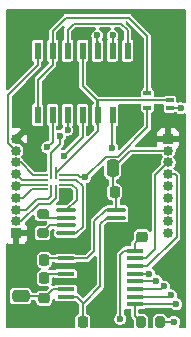
<source format=gbr>
%TF.GenerationSoftware,KiCad,Pcbnew,9.0.2*%
%TF.CreationDate,2025-07-02T09:28:49-04:00*%
%TF.ProjectId,strain-gauge,73747261-696e-42d6-9761-7567652e6b69,rev?*%
%TF.SameCoordinates,Original*%
%TF.FileFunction,Copper,L1,Top*%
%TF.FilePolarity,Positive*%
%FSLAX46Y46*%
G04 Gerber Fmt 4.6, Leading zero omitted, Abs format (unit mm)*
G04 Created by KiCad (PCBNEW 9.0.2) date 2025-07-02 09:28:49*
%MOMM*%
%LPD*%
G01*
G04 APERTURE LIST*
G04 Aperture macros list*
%AMRoundRect*
0 Rectangle with rounded corners*
0 $1 Rounding radius*
0 $2 $3 $4 $5 $6 $7 $8 $9 X,Y pos of 4 corners*
0 Add a 4 corners polygon primitive as box body*
4,1,4,$2,$3,$4,$5,$6,$7,$8,$9,$2,$3,0*
0 Add four circle primitives for the rounded corners*
1,1,$1+$1,$2,$3*
1,1,$1+$1,$4,$5*
1,1,$1+$1,$6,$7*
1,1,$1+$1,$8,$9*
0 Add four rect primitives between the rounded corners*
20,1,$1+$1,$2,$3,$4,$5,0*
20,1,$1+$1,$4,$5,$6,$7,0*
20,1,$1+$1,$6,$7,$8,$9,0*
20,1,$1+$1,$8,$9,$2,$3,0*%
G04 Aperture macros list end*
%TA.AperFunction,SMDPad,CuDef*%
%ADD10RoundRect,0.100000X-0.712500X-0.100000X0.712500X-0.100000X0.712500X0.100000X-0.712500X0.100000X0*%
%TD*%
%TA.AperFunction,SMDPad,CuDef*%
%ADD11RoundRect,0.225000X-0.225000X-0.250000X0.225000X-0.250000X0.225000X0.250000X-0.225000X0.250000X0*%
%TD*%
%TA.AperFunction,SMDPad,CuDef*%
%ADD12R,1.473200X0.355600*%
%TD*%
%TA.AperFunction,SMDPad,CuDef*%
%ADD13RoundRect,0.225000X0.250000X-0.225000X0.250000X0.225000X-0.250000X0.225000X-0.250000X-0.225000X0*%
%TD*%
%TA.AperFunction,SMDPad,CuDef*%
%ADD14RoundRect,0.225000X0.225000X0.250000X-0.225000X0.250000X-0.225000X-0.250000X0.225000X-0.250000X0*%
%TD*%
%TA.AperFunction,SMDPad,CuDef*%
%ADD15RoundRect,0.225000X-0.250000X0.225000X-0.250000X-0.225000X0.250000X-0.225000X0.250000X0.225000X0*%
%TD*%
%TA.AperFunction,ComponentPad*%
%ADD16R,0.850000X0.850000*%
%TD*%
%TA.AperFunction,ComponentPad*%
%ADD17C,0.850000*%
%TD*%
%TA.AperFunction,SMDPad,CuDef*%
%ADD18RoundRect,0.200000X-0.200000X-0.275000X0.200000X-0.275000X0.200000X0.275000X-0.200000X0.275000X0*%
%TD*%
%TA.AperFunction,SMDPad,CuDef*%
%ADD19RoundRect,0.050000X-0.050000X0.475000X-0.050000X-0.475000X0.050000X-0.475000X0.050000X0.475000X0*%
%TD*%
%TA.AperFunction,SMDPad,CuDef*%
%ADD20RoundRect,0.050000X-0.337500X0.050000X-0.337500X-0.050000X0.337500X-0.050000X0.337500X0.050000X0*%
%TD*%
%TA.AperFunction,SMDPad,CuDef*%
%ADD21RoundRect,0.100000X0.225000X0.100000X-0.225000X0.100000X-0.225000X-0.100000X0.225000X-0.100000X0*%
%TD*%
%TA.AperFunction,SMDPad,CuDef*%
%ADD22R,0.558800X1.460500*%
%TD*%
%TA.AperFunction,SMDPad,CuDef*%
%ADD23RoundRect,0.200000X-0.275000X0.200000X-0.275000X-0.200000X0.275000X-0.200000X0.275000X0.200000X0*%
%TD*%
%TA.AperFunction,SMDPad,CuDef*%
%ADD24RoundRect,0.250000X-0.250000X-0.475000X0.250000X-0.475000X0.250000X0.475000X-0.250000X0.475000X0*%
%TD*%
%TA.AperFunction,SMDPad,CuDef*%
%ADD25RoundRect,0.250000X0.475000X-0.250000X0.475000X0.250000X-0.475000X0.250000X-0.475000X-0.250000X0*%
%TD*%
%TA.AperFunction,ViaPad*%
%ADD26C,0.600000*%
%TD*%
%TA.AperFunction,Conductor*%
%ADD27C,0.200000*%
%TD*%
G04 APERTURE END LIST*
D10*
%TO.P,U5,1,-*%
%TO.N,/Amplifier/A_IN_N*%
X89887500Y-129775000D03*
%TO.P,U5,2,Rg*%
%TO.N,Net-(R1-Pad1)*%
X89887500Y-130425000D03*
%TO.P,U5,3,Rg*%
%TO.N,Net-(R1-Pad2)*%
X89887500Y-131075000D03*
%TO.P,U5,4,+*%
%TO.N,/Amplifier/A_IN_P*%
X89887500Y-131725000D03*
%TO.P,U5,5,Vs-*%
%TO.N,GND*%
X94112500Y-131725000D03*
%TO.P,U5,6,Ref*%
X94112500Y-131075000D03*
%TO.P,U5,7*%
%TO.N,/ADC/A_IN*%
X94112500Y-130425000D03*
%TO.P,U5,8,Vs+*%
%TO.N,+5V*%
X94112500Y-129775000D03*
%TD*%
D11*
%TO.P,C7,1*%
%TO.N,+5V*%
X93975000Y-128250000D03*
%TO.P,C7,2*%
%TO.N,GND*%
X95525000Y-128250000D03*
%TD*%
D12*
%TO.P,U1,1,DGND*%
%TO.N,GND*%
X89829000Y-133225001D03*
%TO.P,U1,2,AVDD*%
%TO.N,+5V*%
X89829000Y-133874999D03*
%TO.P,U1,3,AGND*%
%TO.N,GND*%
X89829000Y-134525001D03*
%TO.P,U1,4,REFIO*%
%TO.N,Net-(U1-REFIO)*%
X89829000Y-135174999D03*
%TO.P,U1,5,REFGND*%
%TO.N,GND*%
X89829000Y-135824998D03*
%TO.P,U1,6,REFCAP*%
%TO.N,Net-(U1-REFCAP)*%
X89829000Y-136474999D03*
%TO.P,U1,7,AIN_P*%
%TO.N,/ADC/A_IN*%
X89829000Y-137124998D03*
%TO.P,U1,8,AIN_GND*%
%TO.N,GND*%
X89829000Y-137774999D03*
%TO.P,U1,9,~{RST}*%
%TO.N,/ADC/~{RST}*%
X95671000Y-137774999D03*
%TO.P,U1,10,SDI*%
%TO.N,/ADC/SDI*%
X95671000Y-137125001D03*
%TO.P,U1,11,CONVST/~{CS}*%
%TO.N,/ADC/~{CS}*%
X95671000Y-136474999D03*
%TO.P,U1,12,SCLK*%
%TO.N,/ADC/SCLK*%
X95671000Y-135825001D03*
%TO.P,U1,13,SDO-0*%
%TO.N,/ADC/SDO-0*%
X95671000Y-135175002D03*
%TO.P,U1,14,ALARM/SDO-1/GPO*%
%TO.N,/ADC/SDO-1*%
X95671000Y-134525001D03*
%TO.P,U1,15,RVS*%
%TO.N,/ADC/RVS*%
X95671000Y-133875002D03*
%TO.P,U1,16,DVDD*%
%TO.N,+3.3V*%
X95671000Y-133225001D03*
%TD*%
D13*
%TO.P,C2,1*%
%TO.N,GND*%
X88000000Y-138800000D03*
%TO.P,C2,2*%
%TO.N,Net-(U1-REFCAP)*%
X88000000Y-137250000D03*
%TD*%
D14*
%TO.P,C4,1*%
%TO.N,+5V*%
X88025000Y-134000000D03*
%TO.P,C4,2*%
%TO.N,GND*%
X86475000Y-134000000D03*
%TD*%
D15*
%TO.P,C6,1*%
%TO.N,GND*%
X96250000Y-130475000D03*
%TO.P,C6,2*%
%TO.N,+3.3V*%
X96250000Y-132025000D03*
%TD*%
D16*
%TO.P,J2,1,Pin_1*%
%TO.N,GND*%
X98500000Y-123750000D03*
D17*
%TO.P,J2,2,Pin_2*%
%TO.N,+5V*%
X98500000Y-124750000D03*
%TO.P,J2,3,Pin_3*%
%TO.N,/ADC/RVS*%
X98500000Y-125750000D03*
%TO.P,J2,4,Pin_4*%
%TO.N,/ADC/SDO-1*%
X98500000Y-126750000D03*
%TO.P,J2,5,Pin_5*%
%TO.N,/ADC/SDO-0*%
X98500000Y-127750000D03*
%TO.P,J2,6,Pin_6*%
%TO.N,/ADC/SCLK*%
X98500000Y-128750000D03*
%TO.P,J2,7,Pin_7*%
%TO.N,/ADC/~{CS}*%
X98500000Y-129750000D03*
%TO.P,J2,8,Pin_8*%
%TO.N,/ADC/SDI*%
X98500000Y-130750000D03*
%TO.P,J2,9,Pin_9*%
%TO.N,/ADC/~{RST}*%
X98500000Y-131750000D03*
%TD*%
D18*
%TO.P,R2,1*%
%TO.N,/ADC/~{RST}*%
X96175000Y-139250000D03*
%TO.P,R2,2*%
%TO.N,+3.3V*%
X97825000Y-139250000D03*
%TD*%
D19*
%TO.P,U2,1,SEL0*%
%TO.N,/Counter/SEL0*%
X88970435Y-126675565D03*
%TO.P,U2,2,SEL1*%
%TO.N,/Counter/SEL1*%
X88570435Y-126675565D03*
D20*
%TO.P,U2,3,S1B*%
%TO.N,/Multiplexer/A_IN_P2*%
X87882935Y-126825565D03*
%TO.P,U2,4,S2B*%
%TO.N,/Multiplexer/A_IN_N2*%
X87882935Y-127225565D03*
%TO.P,U2,5,S1C*%
%TO.N,/Multiplexer/A_IN_P3*%
X87882935Y-127625565D03*
%TO.P,U2,6,S2C*%
%TO.N,/Multiplexer/A_IN_N3*%
X87882935Y-128025565D03*
D19*
%TO.P,U2,7,S1A*%
%TO.N,/Multiplexer/A_IN_P1*%
X88570435Y-128175565D03*
%TO.P,U2,8,S2A*%
%TO.N,/Multiplexer/A_IN_N1*%
X88970435Y-128175565D03*
D20*
%TO.P,U2,9,GND*%
%TO.N,GND*%
X89657935Y-128025565D03*
%TO.P,U2,10,D2*%
%TO.N,/Amplifier/A_IN_N*%
X89657935Y-127625565D03*
%TO.P,U2,11,D1*%
%TO.N,/Amplifier/A_IN_P*%
X89657935Y-127225565D03*
%TO.P,U2,12,VDD*%
%TO.N,+3.3V*%
X89657935Y-126825565D03*
%TD*%
D21*
%TO.P,U4,1*%
%TO.N,/Counter/SEL1*%
X98650000Y-121150000D03*
%TO.P,U4,2*%
%TO.N,/Counter/SEL0*%
X98650000Y-120500000D03*
%TO.P,U4,3,GND*%
%TO.N,GND*%
X98650000Y-119850000D03*
%TO.P,U4,4*%
%TO.N,Net-(U3-~{1CLR})*%
X96750000Y-119850000D03*
%TO.P,U4,5,VCC*%
%TO.N,+3.3V*%
X96750000Y-121150000D03*
%TD*%
D14*
%TO.P,C3,1*%
%TO.N,Net-(U1-REFIO)*%
X88025000Y-135550000D03*
%TO.P,C3,2*%
%TO.N,GND*%
X86475000Y-135550000D03*
%TD*%
%TO.P,C5,1*%
%TO.N,/ADC/A_IN*%
X91275000Y-139250000D03*
%TO.P,C5,2*%
%TO.N,GND*%
X89725000Y-139250000D03*
%TD*%
D22*
%TO.P,U3,1,~{1CLR}*%
%TO.N,Net-(U3-~{1CLR})*%
X87440000Y-121724150D03*
%TO.P,U3,2,1D*%
%TO.N,Net-(U3-1D)*%
X88710000Y-121724150D03*
%TO.P,U3,3,~{1CLK}*%
%TO.N,/ADC/~{CS}*%
X89980000Y-121724150D03*
%TO.P,U3,4,~{1PRE}*%
%TO.N,+3.3V*%
X91250000Y-121724150D03*
%TO.P,U3,5,1Q*%
%TO.N,/Counter/SEL0*%
X92520000Y-121724150D03*
%TO.P,U3,6,~{1Q}*%
%TO.N,Net-(U3-1D)*%
X93790000Y-121724150D03*
%TO.P,U3,7,GND*%
%TO.N,GND*%
X95060000Y-121724150D03*
%TO.P,U3,8,~{2Q}*%
%TO.N,Net-(U3-2D)*%
X95060000Y-116275850D03*
%TO.P,U3,9,2Q*%
%TO.N,/Counter/SEL1*%
X93790000Y-116275850D03*
%TO.P,U3,10,~{2PRE}*%
%TO.N,+3.3V*%
X92520000Y-116275850D03*
%TO.P,U3,11,~{2CLK}*%
%TO.N,/Counter/SEL0*%
X91250000Y-116275850D03*
%TO.P,U3,12,2D*%
%TO.N,Net-(U3-2D)*%
X89980000Y-116275850D03*
%TO.P,U3,13,~{2CLR}*%
%TO.N,Net-(U3-~{1CLR})*%
X88710000Y-116275850D03*
%TO.P,U3,14,VCC*%
%TO.N,+3.3V*%
X87440000Y-116275850D03*
%TD*%
D23*
%TO.P,R1,1*%
%TO.N,Net-(R1-Pad1)*%
X87862500Y-130100000D03*
%TO.P,R1,2*%
%TO.N,Net-(R1-Pad2)*%
X87862500Y-131750000D03*
%TD*%
D16*
%TO.P,J1,1,Pin_1*%
%TO.N,GND*%
X85625000Y-131750000D03*
D17*
%TO.P,J1,2,Pin_2*%
%TO.N,/Multiplexer/A_IN_N1*%
X85625000Y-130750000D03*
%TO.P,J1,3,Pin_3*%
%TO.N,/Multiplexer/A_IN_P1*%
X85625000Y-129750000D03*
%TO.P,J1,4,Pin_4*%
%TO.N,/Multiplexer/A_IN_N3*%
X85625000Y-128750000D03*
%TO.P,J1,5,Pin_5*%
%TO.N,/Multiplexer/A_IN_P3*%
X85625000Y-127750000D03*
%TO.P,J1,6,Pin_6*%
%TO.N,/Multiplexer/A_IN_N2*%
X85625000Y-126750000D03*
%TO.P,J1,7,Pin_7*%
%TO.N,/Multiplexer/A_IN_P2*%
X85625000Y-125750000D03*
%TO.P,J1,8,Pin_8*%
%TO.N,+3.3V*%
X85625000Y-124750000D03*
%TO.P,J1,9,Pin_9*%
%TO.N,GND*%
X85625000Y-123750000D03*
%TD*%
D24*
%TO.P,C8,1*%
%TO.N,+5V*%
X93800000Y-126250000D03*
%TO.P,C8,2*%
%TO.N,GND*%
X95700000Y-126250000D03*
%TD*%
D25*
%TO.P,C1,1*%
%TO.N,GND*%
X86000000Y-138975000D03*
%TO.P,C1,2*%
%TO.N,Net-(U1-REFCAP)*%
X86000000Y-137075000D03*
%TD*%
D26*
%TO.N,GND*%
X98750000Y-115250000D03*
X85050000Y-139000000D03*
X85250000Y-135500000D03*
X88750000Y-139250000D03*
X85250000Y-134000000D03*
X94000000Y-118750000D03*
X89750000Y-128750000D03*
X91000000Y-134500000D03*
X96750000Y-126250000D03*
X98250000Y-122250000D03*
X96750000Y-127750000D03*
X94500000Y-123750000D03*
X99700000Y-119850000D03*
X97000000Y-123750000D03*
X91000000Y-136000000D03*
%TO.N,+3.3V*%
X89684091Y-125184091D03*
X94446464Y-139000000D03*
X91500000Y-127000000D03*
X92500000Y-115000000D03*
X99000000Y-139250000D03*
%TO.N,/ADC/SDI*%
X98750000Y-137000000D03*
%TO.N,/ADC/~{CS}*%
X98150000Y-136250000D03*
X89980000Y-123000000D03*
%TO.N,/ADC/~{RST}*%
X99200000Y-137750000D03*
%TO.N,/ADC/SDO-0*%
X96900000Y-135184313D03*
%TO.N,/ADC/SCLK*%
X97500000Y-135750000D03*
%TO.N,/Counter/SEL1*%
X99550000Y-121150000D03*
X89344999Y-123500000D03*
X93790000Y-115000000D03*
%TO.N,Net-(U3-1D)*%
X93750000Y-124500000D03*
X88250000Y-124474000D03*
%TD*%
D27*
%TO.N,GND*%
X85075000Y-138975000D02*
X85050000Y-139000000D01*
X89657935Y-128025565D02*
X89657935Y-128657935D01*
X89725000Y-139250000D02*
X88750000Y-139250000D01*
X85300000Y-135550000D02*
X85250000Y-135500000D01*
X86000000Y-138975000D02*
X85075000Y-138975000D01*
X85625000Y-123750000D02*
X85625000Y-123625000D01*
X94112500Y-131075000D02*
X94112500Y-131725000D01*
X89829000Y-137774999D02*
X89829000Y-139146000D01*
X95060000Y-123524150D02*
X94725850Y-123524150D01*
X86475000Y-135550000D02*
X85300000Y-135550000D01*
X95700000Y-126250000D02*
X96750000Y-126250000D01*
X95060000Y-122000000D02*
X95060000Y-123524150D01*
X95525000Y-128250000D02*
X96250000Y-128250000D01*
X89829000Y-134525001D02*
X90974999Y-134525001D01*
X99700000Y-119850000D02*
X98650000Y-119850000D01*
X94725850Y-123524150D02*
X94500000Y-123750000D01*
X98500000Y-123750000D02*
X97000000Y-123750000D01*
X88450000Y-139250000D02*
X88000000Y-138800000D01*
X89829000Y-139146000D02*
X89725000Y-139250000D01*
X89657935Y-128657935D02*
X89750000Y-128750000D01*
X88750000Y-139250000D02*
X88450000Y-139250000D01*
X89829000Y-135824998D02*
X90824998Y-135824998D01*
X86475000Y-134000000D02*
X85250000Y-134000000D01*
X96250000Y-128250000D02*
X96750000Y-127750000D01*
X90974999Y-134525001D02*
X91000000Y-134500000D01*
X95650000Y-131075000D02*
X96250000Y-130475000D01*
X90824998Y-135824998D02*
X91000000Y-136000000D01*
X94112500Y-131075000D02*
X95650000Y-131075000D01*
%TO.N,Net-(U1-REFCAP)*%
X87575000Y-137075000D02*
X86000000Y-137075000D01*
X88000000Y-137250000D02*
X87750000Y-137250000D01*
X87750000Y-137250000D02*
X87575000Y-137075000D01*
X88775001Y-136474999D02*
X88000000Y-137250000D01*
X89829000Y-136474999D02*
X88775001Y-136474999D01*
%TO.N,Net-(U1-REFIO)*%
X89829000Y-135174999D02*
X88400001Y-135174999D01*
X88400001Y-135174999D02*
X88025000Y-135550000D01*
%TO.N,+5V*%
X94112500Y-128387500D02*
X93975000Y-128250000D01*
X94112500Y-129775000D02*
X93225000Y-129775000D01*
X89829000Y-133874999D02*
X88150001Y-133874999D01*
X93800000Y-128075000D02*
X93975000Y-128250000D01*
X93225000Y-129775000D02*
X92250000Y-130750000D01*
X92250000Y-130750000D02*
X92250000Y-133250000D01*
X91625001Y-133874999D02*
X89829000Y-133874999D01*
X93800000Y-126250000D02*
X93800000Y-128075000D01*
X92250000Y-133250000D02*
X91625001Y-133874999D01*
X95300000Y-124750000D02*
X98500000Y-124750000D01*
X88150001Y-133874999D02*
X88025000Y-134000000D01*
X94112500Y-129775000D02*
X94112500Y-128387500D01*
X93800000Y-126250000D02*
X95300000Y-124750000D01*
%TO.N,/ADC/A_IN*%
X91275000Y-137634398D02*
X91275000Y-139250000D01*
X89829000Y-137124998D02*
X90765600Y-137124998D01*
X90765600Y-137124998D02*
X91275000Y-137634398D01*
X92750000Y-136250000D02*
X91365602Y-137634398D01*
X94112500Y-130425000D02*
X93300001Y-130425000D01*
X93300001Y-130425000D02*
X92750000Y-130975001D01*
X91365602Y-137634398D02*
X91275000Y-137634398D01*
X92750000Y-130975001D02*
X92750000Y-136250000D01*
%TO.N,+3.3V*%
X91067100Y-127000000D02*
X90891665Y-126824565D01*
X92520000Y-115520000D02*
X92500000Y-115500000D01*
X84949000Y-124074000D02*
X85625000Y-124750000D01*
X92500000Y-116255850D02*
X92520000Y-116275850D01*
X94804601Y-133225001D02*
X95671000Y-133225001D01*
X95671000Y-133225001D02*
X95671000Y-132604000D01*
X91250000Y-121724150D02*
X91250000Y-123618182D01*
X97825000Y-139250000D02*
X99000000Y-139250000D01*
X92500000Y-115000000D02*
X92500000Y-116255850D01*
X96750000Y-122788448D02*
X94264448Y-125274000D01*
X94446464Y-133583138D02*
X94804601Y-133225001D01*
X84949000Y-120016850D02*
X84949000Y-124074000D01*
X91500000Y-127000000D02*
X91067100Y-127000000D01*
X95671000Y-132604000D02*
X96250000Y-132025000D01*
X87440000Y-117525850D02*
X84949000Y-120016850D01*
X90891665Y-126824565D02*
X89657935Y-126824565D01*
X94446464Y-139000000D02*
X94446464Y-133583138D01*
X94264448Y-125274000D02*
X93226000Y-125274000D01*
X93226000Y-125274000D02*
X91500000Y-127000000D01*
X91250000Y-123618182D02*
X89684091Y-125184091D01*
X87440000Y-116275850D02*
X87440000Y-117525850D01*
X92520000Y-116275850D02*
X92520000Y-115520000D01*
X96750000Y-121150000D02*
X96750000Y-122788448D01*
%TO.N,Net-(R1-Pad1)*%
X89887500Y-130425000D02*
X88187500Y-130425000D01*
%TO.N,Net-(R1-Pad2)*%
X89887500Y-131075000D02*
X88537500Y-131075000D01*
X88537500Y-131075000D02*
X87862500Y-131750000D01*
%TO.N,/ADC/SDI*%
X98624999Y-137125001D02*
X98750000Y-137000000D01*
X95671000Y-137125001D02*
X98624999Y-137125001D01*
%TO.N,/ADC/~{CS}*%
X95671000Y-136474999D02*
X97925001Y-136474999D01*
X89980000Y-123000000D02*
X89980000Y-121724150D01*
X97925001Y-136474999D02*
X98150000Y-136250000D01*
%TO.N,/ADC/SDO-1*%
X99101040Y-126750000D02*
X98500000Y-126750000D01*
X99226000Y-126874960D02*
X99101040Y-126750000D01*
X95671000Y-134525001D02*
X96751719Y-134525001D01*
X96751719Y-134525001D02*
X99226000Y-132050720D01*
X99226000Y-132050720D02*
X99226000Y-126874960D01*
%TO.N,/ADC/~{RST}*%
X95671000Y-137774999D02*
X99175001Y-137774999D01*
X95671000Y-138746000D02*
X96175000Y-139250000D01*
X95671000Y-137774999D02*
X95671000Y-138746000D01*
X99175001Y-137774999D02*
X99200000Y-137750000D01*
%TO.N,/ADC/RVS*%
X97401718Y-126821562D02*
X98473280Y-125750000D01*
X98473280Y-125750000D02*
X98500000Y-125750000D01*
X95671000Y-133875002D02*
X96607600Y-133875002D01*
X97401718Y-133080884D02*
X97401718Y-126821562D01*
X96607600Y-133875002D02*
X97401718Y-133080884D01*
%TO.N,/ADC/SDO-0*%
X96890689Y-135175002D02*
X96900000Y-135184313D01*
X95671000Y-135175002D02*
X96890689Y-135175002D01*
%TO.N,/ADC/SCLK*%
X97424999Y-135825001D02*
X97500000Y-135750000D01*
X95671000Y-135825001D02*
X97424999Y-135825001D01*
%TO.N,/Multiplexer/A_IN_P1*%
X87357336Y-128849000D02*
X88350674Y-128849000D01*
X86456336Y-129750000D02*
X87357336Y-128849000D01*
X85625000Y-129750000D02*
X86456336Y-129750000D01*
X88570435Y-128629239D02*
X88570435Y-128175565D01*
X88350674Y-128849000D02*
X88570435Y-128629239D01*
%TO.N,/Multiplexer/A_IN_N1*%
X88970435Y-128796339D02*
X88970435Y-128175565D01*
X87523436Y-129250000D02*
X88516774Y-129250000D01*
X88516774Y-129250000D02*
X88970435Y-128796339D01*
X85625000Y-130750000D02*
X86023436Y-130750000D01*
X86023436Y-130750000D02*
X87523436Y-129250000D01*
%TO.N,/Amplifier/A_IN_N*%
X90750000Y-128912500D02*
X89887500Y-129775000D01*
X89657935Y-127625565D02*
X90375565Y-127625565D01*
X90375565Y-127625565D02*
X90750000Y-128000000D01*
X90750000Y-128000000D02*
X90750000Y-128912500D01*
%TO.N,/Multiplexer/A_IN_N3*%
X86950475Y-128025565D02*
X87882935Y-128025565D01*
X86226040Y-128750000D02*
X86950475Y-128025565D01*
X85625000Y-128750000D02*
X86226040Y-128750000D01*
%TO.N,/Multiplexer/A_IN_P3*%
X85749435Y-127625565D02*
X87882935Y-127625565D01*
X85625000Y-127750000D02*
X85749435Y-127625565D01*
X85625000Y-127750000D02*
X85750435Y-127624565D01*
%TO.N,/Amplifier/A_IN_P*%
X91250000Y-127750000D02*
X91250000Y-131174999D01*
X90725565Y-127225565D02*
X91250000Y-127750000D01*
X90699999Y-131725000D02*
X89887500Y-131725000D01*
X89657935Y-127225565D02*
X90725565Y-127225565D01*
X91250000Y-131174999D02*
X90699999Y-131725000D01*
%TO.N,/Multiplexer/A_IN_P2*%
X87075565Y-126825565D02*
X87882935Y-126825565D01*
X85625000Y-125750000D02*
X86000000Y-125750000D01*
X86000000Y-125750000D02*
X87075565Y-126825565D01*
%TO.N,/Counter/SEL1*%
X88801000Y-124699000D02*
X88801000Y-124702232D01*
X93790000Y-115000000D02*
X93790000Y-116065850D01*
X88801000Y-124702232D02*
X88570435Y-124932797D01*
X88570435Y-124932797D02*
X88570435Y-126675565D01*
X89246768Y-124253232D02*
X88801000Y-124699000D01*
X89344999Y-123500000D02*
X89344999Y-124158233D01*
X89344999Y-124158233D02*
X89250000Y-124253232D01*
X99550000Y-121150000D02*
X98650000Y-121150000D01*
X89250000Y-124253232D02*
X89246768Y-124253232D01*
X93790000Y-115000000D02*
X93790000Y-115210000D01*
%TO.N,/Multiplexer/A_IN_N2*%
X85625000Y-126750000D02*
X85651720Y-126750000D01*
X86127285Y-127225565D02*
X87882935Y-127225565D01*
X85651720Y-126750000D02*
X86127285Y-127225565D01*
%TO.N,/Counter/SEL0*%
X92520000Y-122974150D02*
X92520000Y-122523300D01*
X91250000Y-119250000D02*
X91250000Y-116275850D01*
X92520000Y-122523300D02*
X92500000Y-122503300D01*
X92520000Y-122523300D02*
X92520000Y-120500000D01*
X92520000Y-123126000D02*
X88970435Y-126675565D01*
X92500000Y-120500000D02*
X91250000Y-119250000D01*
X92500000Y-122503300D02*
X92500000Y-120500000D01*
X92520000Y-122974150D02*
X92520000Y-123126000D01*
X92520000Y-120500000D02*
X98650000Y-120500000D01*
%TO.N,Net-(U3-1D)*%
X88710000Y-124014000D02*
X88250000Y-124474000D01*
X88710000Y-121724150D02*
X88710000Y-124014000D01*
X93750000Y-121789688D02*
X93790000Y-121749688D01*
X93750000Y-124500000D02*
X93750000Y-121789688D01*
%TO.N,Net-(U3-2D)*%
X90500000Y-114000000D02*
X89980000Y-114520000D01*
X95060000Y-116275850D02*
X95060000Y-114560000D01*
X94500000Y-114000000D02*
X90500000Y-114000000D01*
X89980000Y-114520000D02*
X89980000Y-116275850D01*
X95060000Y-114560000D02*
X94500000Y-114000000D01*
%TO.N,Net-(U3-~{1CLR})*%
X88710000Y-117525850D02*
X87500000Y-118735850D01*
X88710000Y-114614811D02*
X88710000Y-117525850D01*
X96750000Y-115040396D02*
X95209604Y-113500000D01*
X89824811Y-113500000D02*
X88710000Y-114614811D01*
X87500000Y-118735850D02*
X87500000Y-121664150D01*
X87500000Y-121664150D02*
X87440000Y-121724150D01*
X95209604Y-113500000D02*
X89824811Y-113500000D01*
X96750000Y-119850000D02*
X96750000Y-115040396D01*
%TD*%
%TA.AperFunction,Conductor*%
%TO.N,GND*%
G36*
X93018834Y-126008650D02*
G01*
X93074767Y-126050522D01*
X93099184Y-126115986D01*
X93099500Y-126124832D01*
X93099500Y-126779269D01*
X93102353Y-126809699D01*
X93102353Y-126809701D01*
X93145886Y-126934108D01*
X93147207Y-126937882D01*
X93227850Y-127047150D01*
X93337118Y-127127793D01*
X93416458Y-127155555D01*
X93473231Y-127196275D01*
X93498978Y-127261228D01*
X93499500Y-127272595D01*
X93499500Y-127597389D01*
X93479815Y-127664428D01*
X93463181Y-127685070D01*
X93401476Y-127746774D01*
X93401473Y-127746778D01*
X93340279Y-127866878D01*
X93324500Y-127966506D01*
X93324500Y-128533493D01*
X93340279Y-128633121D01*
X93340280Y-128633124D01*
X93340281Y-128633126D01*
X93401472Y-128753220D01*
X93401473Y-128753221D01*
X93401476Y-128753225D01*
X93496774Y-128848523D01*
X93496778Y-128848526D01*
X93496780Y-128848528D01*
X93616874Y-128909719D01*
X93616876Y-128909719D01*
X93616878Y-128909720D01*
X93707398Y-128924057D01*
X93738175Y-128938647D01*
X93769203Y-128952817D01*
X93769701Y-128953592D01*
X93770532Y-128953986D01*
X93788544Y-128982913D01*
X93806977Y-129011595D01*
X93807148Y-129012791D01*
X93807464Y-129013297D01*
X93812000Y-129046530D01*
X93812000Y-129250500D01*
X93792315Y-129317539D01*
X93739511Y-129363294D01*
X93688000Y-129374500D01*
X93355143Y-129374500D01*
X93355117Y-129374502D01*
X93330012Y-129377413D01*
X93330008Y-129377415D01*
X93227234Y-129422793D01*
X93195393Y-129454634D01*
X93139808Y-129486726D01*
X93109017Y-129494976D01*
X93109008Y-129494980D01*
X93048316Y-129530020D01*
X93048316Y-129530021D01*
X93040489Y-129534540D01*
X93040486Y-129534542D01*
X92009541Y-130565487D01*
X92009535Y-130565495D01*
X91969982Y-130634004D01*
X91969979Y-130634009D01*
X91949500Y-130710439D01*
X91949500Y-133074167D01*
X91929815Y-133141206D01*
X91913181Y-133161848D01*
X91536849Y-133538180D01*
X91475526Y-133571665D01*
X91449168Y-133574499D01*
X90780471Y-133574499D01*
X90713432Y-133554814D01*
X90711579Y-133553601D01*
X90710152Y-133552647D01*
X90643831Y-133508332D01*
X90643829Y-133508331D01*
X90643827Y-133508330D01*
X90643829Y-133508330D01*
X90585352Y-133496699D01*
X90585348Y-133496699D01*
X89072652Y-133496699D01*
X89072647Y-133496699D01*
X89014171Y-133508330D01*
X88975315Y-133534293D01*
X88947848Y-133552647D01*
X88947847Y-133552647D01*
X88946421Y-133553601D01*
X88928372Y-133559252D01*
X88912464Y-133569476D01*
X88881504Y-133573927D01*
X88879743Y-133574479D01*
X88877529Y-133574499D01*
X88714115Y-133574499D01*
X88647076Y-133554814D01*
X88603631Y-133506795D01*
X88602954Y-133505466D01*
X88598528Y-133496780D01*
X88598525Y-133496777D01*
X88598523Y-133496774D01*
X88503225Y-133401476D01*
X88503221Y-133401473D01*
X88503220Y-133401472D01*
X88383126Y-133340281D01*
X88383124Y-133340280D01*
X88383121Y-133340279D01*
X88283493Y-133324500D01*
X88283488Y-133324500D01*
X87766512Y-133324500D01*
X87766507Y-133324500D01*
X87666878Y-133340279D01*
X87546778Y-133401473D01*
X87546774Y-133401476D01*
X87451476Y-133496774D01*
X87451473Y-133496778D01*
X87390279Y-133616878D01*
X87374500Y-133716506D01*
X87374500Y-134283493D01*
X87390279Y-134383121D01*
X87390280Y-134383124D01*
X87390281Y-134383126D01*
X87451472Y-134503220D01*
X87451473Y-134503221D01*
X87451476Y-134503225D01*
X87546774Y-134598523D01*
X87546778Y-134598526D01*
X87546780Y-134598528D01*
X87666874Y-134659719D01*
X87666876Y-134659719D01*
X87675570Y-134664149D01*
X87673892Y-134667441D01*
X87716403Y-134696517D01*
X87743594Y-134760879D01*
X87731672Y-134829724D01*
X87684422Y-134881195D01*
X87675316Y-134885353D01*
X87675570Y-134885851D01*
X87666876Y-134890280D01*
X87666874Y-134890281D01*
X87610573Y-134918968D01*
X87546778Y-134951473D01*
X87546774Y-134951476D01*
X87451476Y-135046774D01*
X87451473Y-135046778D01*
X87390279Y-135166878D01*
X87374500Y-135266506D01*
X87374500Y-135833493D01*
X87390279Y-135933121D01*
X87390280Y-135933124D01*
X87390281Y-135933126D01*
X87421402Y-135994204D01*
X87451473Y-136053221D01*
X87451476Y-136053225D01*
X87546774Y-136148523D01*
X87546778Y-136148526D01*
X87546780Y-136148528D01*
X87666874Y-136209719D01*
X87666876Y-136209719D01*
X87666878Y-136209720D01*
X87766507Y-136225500D01*
X87766512Y-136225500D01*
X88283495Y-136225500D01*
X88288352Y-136225118D01*
X88288464Y-136226554D01*
X88313342Y-136229766D01*
X88344801Y-136232016D01*
X88347725Y-136234205D01*
X88351349Y-136234673D01*
X88375481Y-136254982D01*
X88400735Y-136273887D01*
X88402011Y-136277310D01*
X88404807Y-136279663D01*
X88414127Y-136309793D01*
X88425152Y-136339351D01*
X88424375Y-136342921D01*
X88425455Y-136346412D01*
X88417004Y-136376805D01*
X88410300Y-136407624D01*
X88407333Y-136411587D01*
X88406738Y-136413728D01*
X88389150Y-136435879D01*
X88261846Y-136563182D01*
X88200526Y-136596666D01*
X88174167Y-136599500D01*
X87716507Y-136599500D01*
X87616878Y-136615279D01*
X87496778Y-136676473D01*
X87480569Y-136692683D01*
X87435069Y-136738182D01*
X87373749Y-136771666D01*
X87347390Y-136774500D01*
X87022596Y-136774500D01*
X86955557Y-136754815D01*
X86909802Y-136702011D01*
X86905555Y-136691456D01*
X86892966Y-136655480D01*
X86877793Y-136612118D01*
X86797150Y-136502850D01*
X86687882Y-136422207D01*
X86687880Y-136422206D01*
X86559700Y-136377353D01*
X86529270Y-136374500D01*
X86529266Y-136374500D01*
X85470734Y-136374500D01*
X85470730Y-136374500D01*
X85440300Y-136377353D01*
X85440298Y-136377353D01*
X85312119Y-136422206D01*
X85312117Y-136422207D01*
X85202850Y-136502850D01*
X85122207Y-136612117D01*
X85122206Y-136612119D01*
X85077353Y-136740298D01*
X85077353Y-136740300D01*
X85074500Y-136770730D01*
X85074500Y-137379269D01*
X85077353Y-137409699D01*
X85077353Y-137409701D01*
X85122206Y-137537880D01*
X85122207Y-137537882D01*
X85202850Y-137647150D01*
X85312118Y-137727793D01*
X85354845Y-137742744D01*
X85440299Y-137772646D01*
X85470730Y-137775500D01*
X85470734Y-137775500D01*
X86529270Y-137775500D01*
X86559699Y-137772646D01*
X86559701Y-137772646D01*
X86623790Y-137750219D01*
X86687882Y-137727793D01*
X86797150Y-137647150D01*
X86877793Y-137537882D01*
X86899972Y-137474499D01*
X86905555Y-137458544D01*
X86919174Y-137439555D01*
X86928883Y-137418297D01*
X86939158Y-137411693D01*
X86946277Y-137401769D01*
X86968000Y-137393157D01*
X86987661Y-137380523D01*
X87006827Y-137377767D01*
X87011230Y-137376022D01*
X87022596Y-137375500D01*
X87200500Y-137375500D01*
X87267539Y-137395185D01*
X87313294Y-137447989D01*
X87324500Y-137499500D01*
X87324500Y-137508493D01*
X87340279Y-137608121D01*
X87340280Y-137608124D01*
X87340281Y-137608126D01*
X87401472Y-137728220D01*
X87401473Y-137728221D01*
X87401476Y-137728225D01*
X87496774Y-137823523D01*
X87496778Y-137823526D01*
X87496780Y-137823528D01*
X87616874Y-137884719D01*
X87616876Y-137884719D01*
X87616878Y-137884720D01*
X87716507Y-137900500D01*
X87716512Y-137900500D01*
X88283493Y-137900500D01*
X88383121Y-137884720D01*
X88383121Y-137884719D01*
X88383126Y-137884719D01*
X88503220Y-137823528D01*
X88598528Y-137728220D01*
X88659719Y-137608126D01*
X88667846Y-137556814D01*
X88675500Y-137508493D01*
X88675500Y-137448527D01*
X88695185Y-137381488D01*
X88747989Y-137335733D01*
X88817147Y-137325789D01*
X88880703Y-137354814D01*
X88902602Y-137379636D01*
X88947847Y-137447350D01*
X89014169Y-137491665D01*
X89014170Y-137491666D01*
X89072647Y-137503297D01*
X89072650Y-137503298D01*
X89072652Y-137503298D01*
X90585349Y-137503298D01*
X90631760Y-137494066D01*
X90701351Y-137500293D01*
X90743633Y-137528002D01*
X90938181Y-137722550D01*
X90971666Y-137783873D01*
X90974500Y-137810231D01*
X90974500Y-138484932D01*
X90954815Y-138551971D01*
X90906796Y-138595415D01*
X90796780Y-138651472D01*
X90796779Y-138651473D01*
X90796774Y-138651476D01*
X90701476Y-138746774D01*
X90701473Y-138746778D01*
X90701472Y-138746780D01*
X90649133Y-138849502D01*
X90640279Y-138866878D01*
X90624500Y-138966506D01*
X90624500Y-139533493D01*
X90636000Y-139606102D01*
X90627045Y-139675396D01*
X90582049Y-139728848D01*
X90515298Y-139749487D01*
X90513527Y-139749500D01*
X84874500Y-139749500D01*
X84807461Y-139729815D01*
X84761706Y-139677011D01*
X84750500Y-139625500D01*
X84750500Y-132710807D01*
X84770185Y-132643768D01*
X84822989Y-132598013D01*
X84892147Y-132588069D01*
X84948814Y-132611542D01*
X84957913Y-132618354D01*
X85092620Y-132668596D01*
X85092627Y-132668598D01*
X85152155Y-132674999D01*
X85152172Y-132675000D01*
X85375000Y-132675000D01*
X85875000Y-132675000D01*
X86097828Y-132675000D01*
X86097844Y-132674999D01*
X86157372Y-132668598D01*
X86157379Y-132668596D01*
X86292086Y-132618354D01*
X86292093Y-132618350D01*
X86407187Y-132532190D01*
X86407190Y-132532187D01*
X86493350Y-132417093D01*
X86493354Y-132417086D01*
X86543596Y-132282379D01*
X86543598Y-132282372D01*
X86549999Y-132222844D01*
X86550000Y-132222827D01*
X86550000Y-132000000D01*
X85875000Y-132000000D01*
X85875000Y-132675000D01*
X85375000Y-132675000D01*
X85375000Y-131874000D01*
X85387761Y-131830538D01*
X85413060Y-131891614D01*
X85483386Y-131961940D01*
X85575272Y-132000000D01*
X85674728Y-132000000D01*
X85766614Y-131961940D01*
X85836940Y-131891614D01*
X85875000Y-131799728D01*
X85875000Y-131700272D01*
X85836940Y-131608386D01*
X85766614Y-131538060D01*
X85700303Y-131510593D01*
X85749000Y-131500000D01*
X86550000Y-131500000D01*
X86550000Y-131277172D01*
X86549999Y-131277155D01*
X86543598Y-131217627D01*
X86543596Y-131217620D01*
X86493354Y-131082913D01*
X86493350Y-131082906D01*
X86407190Y-130967812D01*
X86406572Y-130967194D01*
X86406152Y-130966426D01*
X86401875Y-130960712D01*
X86402696Y-130960096D01*
X86373087Y-130905871D01*
X86378071Y-130836179D01*
X86406566Y-130791839D01*
X86975323Y-130223082D01*
X87036642Y-130189600D01*
X87106334Y-130194584D01*
X87162267Y-130236456D01*
X87186684Y-130301920D01*
X87187000Y-130310761D01*
X87187000Y-130331516D01*
X87197149Y-130395596D01*
X87201854Y-130425304D01*
X87259450Y-130538342D01*
X87259452Y-130538344D01*
X87259454Y-130538347D01*
X87349152Y-130628045D01*
X87349154Y-130628046D01*
X87349158Y-130628050D01*
X87462196Y-130685646D01*
X87462198Y-130685647D01*
X87555975Y-130700499D01*
X87555981Y-130700500D01*
X88038311Y-130700499D01*
X88062751Y-130702931D01*
X88070636Y-130704516D01*
X88071511Y-130705021D01*
X88147938Y-130725500D01*
X88175010Y-130725500D01*
X88187107Y-130727932D01*
X88207551Y-130738679D01*
X88229706Y-130745185D01*
X88237888Y-130754627D01*
X88248952Y-130760444D01*
X88260340Y-130780539D01*
X88275461Y-130797989D01*
X88277239Y-130810357D01*
X88283402Y-130821231D01*
X88282118Y-130844290D01*
X88285405Y-130867147D01*
X88280213Y-130878514D01*
X88279519Y-130890992D01*
X88265973Y-130909695D01*
X88256380Y-130930703D01*
X88250352Y-130937176D01*
X88153094Y-131034434D01*
X88074347Y-131113181D01*
X88013024Y-131146666D01*
X87986666Y-131149500D01*
X87555982Y-131149500D01*
X87475046Y-131162319D01*
X87462196Y-131164354D01*
X87349158Y-131221950D01*
X87349157Y-131221951D01*
X87349152Y-131221954D01*
X87259454Y-131311652D01*
X87259451Y-131311657D01*
X87201852Y-131424698D01*
X87187000Y-131518475D01*
X87187000Y-131981517D01*
X87197258Y-132046285D01*
X87201854Y-132075304D01*
X87259450Y-132188342D01*
X87259452Y-132188344D01*
X87259454Y-132188347D01*
X87349152Y-132278045D01*
X87349154Y-132278046D01*
X87349158Y-132278050D01*
X87458901Y-132333967D01*
X87462198Y-132335647D01*
X87555975Y-132350499D01*
X87555981Y-132350500D01*
X88169018Y-132350499D01*
X88262804Y-132335646D01*
X88375842Y-132278050D01*
X88465550Y-132188342D01*
X88523146Y-132075304D01*
X88523146Y-132075302D01*
X88523147Y-132075301D01*
X88537999Y-131981524D01*
X88538000Y-131981519D01*
X88537999Y-131550833D01*
X88546644Y-131521390D01*
X88553167Y-131491406D01*
X88556920Y-131486392D01*
X88557683Y-131483795D01*
X88574319Y-131463152D01*
X88625654Y-131411818D01*
X88686977Y-131378334D01*
X88713334Y-131375500D01*
X88766375Y-131375500D01*
X88833414Y-131395185D01*
X88879169Y-131447989D01*
X88889113Y-131517147D01*
X88879809Y-131549585D01*
X88877415Y-131555009D01*
X88874500Y-131580131D01*
X88874500Y-131869856D01*
X88874502Y-131869882D01*
X88877413Y-131894987D01*
X88877415Y-131894991D01*
X88922793Y-131997764D01*
X88922794Y-131997765D01*
X89002235Y-132077206D01*
X89105009Y-132122585D01*
X89130135Y-132125500D01*
X90644864Y-132125499D01*
X90644879Y-132125497D01*
X90644882Y-132125497D01*
X90669987Y-132122586D01*
X90669988Y-132122585D01*
X90669991Y-132122585D01*
X90772765Y-132077206D01*
X90852206Y-131997765D01*
X90852206Y-131997763D01*
X90854391Y-131995579D01*
X90878724Y-131969899D01*
X90884503Y-131965463D01*
X90884510Y-131965460D01*
X90940459Y-131909511D01*
X91490460Y-131359510D01*
X91522329Y-131304311D01*
X91530021Y-131290988D01*
X91550500Y-131214561D01*
X91550500Y-127710438D01*
X91531139Y-127638183D01*
X91532802Y-127568337D01*
X91571964Y-127510474D01*
X91618817Y-127486318D01*
X91693186Y-127466392D01*
X91807314Y-127400500D01*
X91900500Y-127307314D01*
X91966392Y-127193186D01*
X92000500Y-127065892D01*
X92000500Y-126975832D01*
X92020185Y-126908793D01*
X92036819Y-126888151D01*
X92542552Y-126382418D01*
X92887820Y-126037150D01*
X92949142Y-126003666D01*
X93018834Y-126008650D01*
G37*
%TD.AperFunction*%
%TA.AperFunction,Conductor*%
G36*
X97949264Y-125070185D02*
G01*
X97985327Y-125105609D01*
X98011849Y-125145302D01*
X98014142Y-125148733D01*
X98029113Y-125163704D01*
X98030479Y-125165160D01*
X98045379Y-125194647D01*
X98061212Y-125223642D01*
X98061065Y-125225688D01*
X98061991Y-125227520D01*
X98058584Y-125260382D01*
X98056228Y-125293334D01*
X98054965Y-125295299D01*
X98054787Y-125297017D01*
X98050068Y-125302918D01*
X98027727Y-125337681D01*
X98014144Y-125351263D01*
X98014141Y-125351267D01*
X97945692Y-125453707D01*
X97945687Y-125453716D01*
X97898538Y-125567545D01*
X97898535Y-125567555D01*
X97874500Y-125688389D01*
X97874500Y-125811606D01*
X97880185Y-125840189D01*
X97873956Y-125909780D01*
X97846248Y-125952059D01*
X97217207Y-126581102D01*
X97161259Y-126637049D01*
X97161253Y-126637057D01*
X97121700Y-126705566D01*
X97121697Y-126705571D01*
X97108044Y-126756524D01*
X97103429Y-126773751D01*
X97101218Y-126782001D01*
X97101218Y-131526215D01*
X97081533Y-131593254D01*
X97028729Y-131639009D01*
X96959571Y-131648953D01*
X96896015Y-131619928D01*
X96866734Y-131582510D01*
X96848530Y-131546783D01*
X96848523Y-131546774D01*
X96753225Y-131451476D01*
X96753221Y-131451473D01*
X96753220Y-131451472D01*
X96633126Y-131390281D01*
X96633124Y-131390280D01*
X96633121Y-131390279D01*
X96533493Y-131374500D01*
X96533488Y-131374500D01*
X95966512Y-131374500D01*
X95966507Y-131374500D01*
X95866878Y-131390279D01*
X95746778Y-131451473D01*
X95746774Y-131451476D01*
X95651476Y-131546774D01*
X95651473Y-131546778D01*
X95590279Y-131666878D01*
X95574500Y-131766506D01*
X95574500Y-132224167D01*
X95554815Y-132291206D01*
X95538181Y-132311848D01*
X95430541Y-132419487D01*
X95430535Y-132419495D01*
X95390982Y-132488004D01*
X95390979Y-132488009D01*
X95370500Y-132564439D01*
X95370500Y-132722701D01*
X95350815Y-132789740D01*
X95298011Y-132835495D01*
X95246500Y-132846701D01*
X94914647Y-132846701D01*
X94856170Y-132858332D01*
X94856169Y-132858333D01*
X94779693Y-132909434D01*
X94778694Y-132907939D01*
X94736986Y-132932017D01*
X94688614Y-132944979D01*
X94688605Y-132944983D01*
X94620096Y-132984536D01*
X94620088Y-132984542D01*
X94206005Y-133398625D01*
X94205999Y-133398633D01*
X94166446Y-133467142D01*
X94166443Y-133467147D01*
X94145964Y-133543577D01*
X94145964Y-138541323D01*
X94126279Y-138608362D01*
X94109646Y-138629004D01*
X94045964Y-138692686D01*
X93980072Y-138806812D01*
X93945964Y-138934108D01*
X93945964Y-139065891D01*
X93980072Y-139193187D01*
X94013018Y-139250250D01*
X94045964Y-139307314D01*
X94139150Y-139400500D01*
X94253278Y-139466392D01*
X94380572Y-139500500D01*
X94380574Y-139500500D01*
X94512354Y-139500500D01*
X94512356Y-139500500D01*
X94639650Y-139466392D01*
X94753778Y-139400500D01*
X94846964Y-139307314D01*
X94912856Y-139193186D01*
X94946964Y-139065892D01*
X94946964Y-138934108D01*
X94912856Y-138806814D01*
X94846964Y-138692686D01*
X94783282Y-138629004D01*
X94749798Y-138567680D01*
X94746964Y-138541323D01*
X94746964Y-138271038D01*
X94766649Y-138203999D01*
X94819453Y-138158244D01*
X94888611Y-138148300D01*
X94895143Y-138149418D01*
X94914652Y-138153299D01*
X95246500Y-138153299D01*
X95313539Y-138172984D01*
X95359294Y-138225788D01*
X95370500Y-138277299D01*
X95370500Y-138785562D01*
X95376194Y-138806812D01*
X95390979Y-138861990D01*
X95399652Y-138877011D01*
X95429968Y-138929520D01*
X95430540Y-138930511D01*
X95539272Y-139039243D01*
X95540293Y-139040315D01*
X95555619Y-139070086D01*
X95571666Y-139099474D01*
X95571908Y-139101728D01*
X95572273Y-139102437D01*
X95572136Y-139103853D01*
X95574500Y-139125833D01*
X95574500Y-139556518D01*
X95582354Y-139606104D01*
X95573398Y-139675397D01*
X95528401Y-139728848D01*
X95461649Y-139749487D01*
X95459880Y-139749500D01*
X92036473Y-139749500D01*
X91969434Y-139729815D01*
X91923679Y-139677011D01*
X91913735Y-139607853D01*
X91914000Y-139606102D01*
X91925500Y-139533493D01*
X91925500Y-138966506D01*
X91909720Y-138866878D01*
X91909719Y-138866876D01*
X91909719Y-138866874D01*
X91848528Y-138746780D01*
X91848526Y-138746778D01*
X91848523Y-138746774D01*
X91753225Y-138651476D01*
X91753222Y-138651474D01*
X91753220Y-138651472D01*
X91643203Y-138595415D01*
X91592409Y-138547442D01*
X91575500Y-138484932D01*
X91575500Y-137900833D01*
X91595185Y-137833794D01*
X91611819Y-137813152D01*
X92990457Y-136434514D01*
X92990460Y-136434511D01*
X92990461Y-136434507D01*
X92990464Y-136434505D01*
X92997563Y-136422209D01*
X93005983Y-136407624D01*
X93030021Y-136365989D01*
X93050500Y-136289562D01*
X93050500Y-131150833D01*
X93070185Y-131083794D01*
X93086815Y-131063156D01*
X93288154Y-130861816D01*
X93349475Y-130828333D01*
X93375823Y-130825499D01*
X94869864Y-130825499D01*
X94869879Y-130825497D01*
X94869882Y-130825497D01*
X94894987Y-130822586D01*
X94894988Y-130822585D01*
X94894991Y-130822585D01*
X94997765Y-130777206D01*
X95077206Y-130697765D01*
X95122585Y-130594991D01*
X95125500Y-130569865D01*
X95125499Y-130280136D01*
X95125497Y-130280117D01*
X95122586Y-130255012D01*
X95122585Y-130255008D01*
X95086607Y-130173527D01*
X95077206Y-130152235D01*
X95077205Y-130152234D01*
X95076257Y-130150086D01*
X95067185Y-130080808D01*
X95076257Y-130049913D01*
X95077204Y-130047766D01*
X95077206Y-130047765D01*
X95122585Y-129944991D01*
X95125500Y-129919865D01*
X95125499Y-129630136D01*
X95124120Y-129618243D01*
X95122586Y-129605012D01*
X95122585Y-129605010D01*
X95122585Y-129605009D01*
X95077206Y-129502235D01*
X94997765Y-129422794D01*
X94975994Y-129413181D01*
X94894992Y-129377415D01*
X94869868Y-129374500D01*
X94869865Y-129374500D01*
X94537000Y-129374500D01*
X94469961Y-129354815D01*
X94424206Y-129302011D01*
X94413000Y-129250500D01*
X94413000Y-128940111D01*
X94432685Y-128873072D01*
X94449319Y-128852430D01*
X94548523Y-128753225D01*
X94548528Y-128753220D01*
X94609719Y-128633126D01*
X94613613Y-128608540D01*
X94625500Y-128533493D01*
X94625500Y-127966506D01*
X94609720Y-127866878D01*
X94609719Y-127866876D01*
X94609719Y-127866874D01*
X94548528Y-127746780D01*
X94548526Y-127746778D01*
X94548523Y-127746774D01*
X94453225Y-127651476D01*
X94453221Y-127651473D01*
X94453220Y-127651472D01*
X94333126Y-127590281D01*
X94333124Y-127590280D01*
X94333121Y-127590279D01*
X94233493Y-127574500D01*
X94233488Y-127574500D01*
X94224500Y-127574500D01*
X94215814Y-127571949D01*
X94206853Y-127573238D01*
X94182812Y-127562259D01*
X94157461Y-127554815D01*
X94151533Y-127547974D01*
X94143297Y-127544213D01*
X94129007Y-127521978D01*
X94111706Y-127502011D01*
X94109418Y-127491496D01*
X94105523Y-127485435D01*
X94100500Y-127450500D01*
X94100500Y-127272595D01*
X94120185Y-127205556D01*
X94172989Y-127159801D01*
X94183523Y-127155561D01*
X94262882Y-127127793D01*
X94372150Y-127047150D01*
X94452793Y-126937882D01*
X94475219Y-126873790D01*
X94497646Y-126809701D01*
X94497646Y-126809699D01*
X94500500Y-126779269D01*
X94500500Y-126025833D01*
X94520185Y-125958794D01*
X94536819Y-125938152D01*
X95388152Y-125086819D01*
X95449475Y-125053334D01*
X95475833Y-125050500D01*
X97882225Y-125050500D01*
X97949264Y-125070185D01*
G37*
%TD.AperFunction*%
%TA.AperFunction,Conductor*%
G36*
X98083414Y-120820185D02*
G01*
X98129169Y-120872989D01*
X98139113Y-120942147D01*
X98129809Y-120974588D01*
X98127415Y-120980009D01*
X98124500Y-121005131D01*
X98124500Y-121294856D01*
X98124502Y-121294882D01*
X98127413Y-121319987D01*
X98127415Y-121319991D01*
X98172793Y-121422764D01*
X98172794Y-121422765D01*
X98252235Y-121502206D01*
X98355009Y-121547585D01*
X98380135Y-121550500D01*
X98919864Y-121550499D01*
X98919879Y-121550497D01*
X98919882Y-121550497D01*
X98944987Y-121547586D01*
X98944988Y-121547585D01*
X98944991Y-121547585D01*
X99047765Y-121502206D01*
X99047771Y-121502199D01*
X99049830Y-121500790D01*
X99054190Y-121499369D01*
X99058276Y-121497565D01*
X99058458Y-121497978D01*
X99116260Y-121479141D01*
X99183850Y-121496843D01*
X99207592Y-121515406D01*
X99242686Y-121550500D01*
X99356814Y-121616392D01*
X99484108Y-121650500D01*
X99484110Y-121650500D01*
X99615890Y-121650500D01*
X99615892Y-121650500D01*
X99743186Y-121616392D01*
X99813500Y-121575795D01*
X99881399Y-121559323D01*
X99947426Y-121582175D01*
X99990617Y-121637096D01*
X99999500Y-121683183D01*
X99999500Y-139625500D01*
X99979815Y-139692539D01*
X99927011Y-139738294D01*
X99875500Y-139749500D01*
X99504315Y-139749500D01*
X99437276Y-139729815D01*
X99391521Y-139677011D01*
X99381577Y-139607853D01*
X99396928Y-139563499D01*
X99400497Y-139557316D01*
X99400500Y-139557314D01*
X99466392Y-139443186D01*
X99500500Y-139315892D01*
X99500500Y-139184108D01*
X99466392Y-139056814D01*
X99400500Y-138942686D01*
X99307314Y-138849500D01*
X99233380Y-138806814D01*
X99193187Y-138783608D01*
X99129539Y-138766554D01*
X99065892Y-138749500D01*
X98934108Y-138749500D01*
X98806812Y-138783608D01*
X98692686Y-138849500D01*
X98692683Y-138849502D01*
X98629005Y-138913181D01*
X98602077Y-138927884D01*
X98576259Y-138944477D01*
X98570058Y-138945368D01*
X98567682Y-138946666D01*
X98541324Y-138949500D01*
X98532360Y-138949500D01*
X98465321Y-138929815D01*
X98419566Y-138877011D01*
X98414088Y-138858842D01*
X98413663Y-138858981D01*
X98410647Y-138849699D01*
X98410646Y-138849697D01*
X98410646Y-138849696D01*
X98353050Y-138736658D01*
X98353046Y-138736654D01*
X98353045Y-138736652D01*
X98263347Y-138646954D01*
X98263344Y-138646952D01*
X98263342Y-138646950D01*
X98162494Y-138595565D01*
X98150301Y-138589352D01*
X98056524Y-138574500D01*
X97593482Y-138574500D01*
X97512519Y-138587323D01*
X97499696Y-138589354D01*
X97386658Y-138646950D01*
X97386657Y-138646951D01*
X97386652Y-138646954D01*
X97296954Y-138736652D01*
X97296951Y-138736657D01*
X97239352Y-138849698D01*
X97224500Y-138943475D01*
X97224500Y-139556518D01*
X97232354Y-139606104D01*
X97229957Y-139624644D01*
X97232618Y-139643147D01*
X97225572Y-139658575D01*
X97223398Y-139675397D01*
X97211358Y-139689697D01*
X97203593Y-139706703D01*
X97189323Y-139715873D01*
X97178401Y-139728848D01*
X97160542Y-139734369D01*
X97144815Y-139744477D01*
X97113108Y-139749035D01*
X97111649Y-139749487D01*
X97109880Y-139749500D01*
X96890121Y-139749500D01*
X96823082Y-139729815D01*
X96777327Y-139677011D01*
X96767383Y-139607853D01*
X96767648Y-139606103D01*
X96775499Y-139556525D01*
X96775500Y-139556519D01*
X96775499Y-138943482D01*
X96760646Y-138849696D01*
X96703050Y-138736658D01*
X96703046Y-138736654D01*
X96703045Y-138736652D01*
X96613347Y-138646954D01*
X96613344Y-138646952D01*
X96613342Y-138646950D01*
X96512494Y-138595565D01*
X96500301Y-138589352D01*
X96406524Y-138574500D01*
X96406519Y-138574500D01*
X96095500Y-138574500D01*
X96086814Y-138571949D01*
X96077853Y-138573238D01*
X96053812Y-138562259D01*
X96028461Y-138554815D01*
X96022533Y-138547974D01*
X96014297Y-138544213D01*
X96000007Y-138521978D01*
X95982706Y-138502011D01*
X95980418Y-138491496D01*
X95976523Y-138485435D01*
X95971500Y-138450500D01*
X95971500Y-138277299D01*
X95991185Y-138210260D01*
X96043989Y-138164505D01*
X96095500Y-138153299D01*
X96427350Y-138153299D01*
X96427351Y-138153298D01*
X96452480Y-138148300D01*
X96485828Y-138141667D01*
X96485828Y-138141666D01*
X96485831Y-138141666D01*
X96552152Y-138097351D01*
X96552152Y-138097350D01*
X96553579Y-138096397D01*
X96620257Y-138075519D01*
X96622471Y-138075499D01*
X98766323Y-138075499D01*
X98833362Y-138095184D01*
X98854004Y-138111818D01*
X98892686Y-138150500D01*
X99006814Y-138216392D01*
X99134108Y-138250500D01*
X99134110Y-138250500D01*
X99265890Y-138250500D01*
X99265892Y-138250500D01*
X99393186Y-138216392D01*
X99507314Y-138150500D01*
X99600500Y-138057314D01*
X99666392Y-137943186D01*
X99700500Y-137815892D01*
X99700500Y-137684108D01*
X99666392Y-137556814D01*
X99600500Y-137442686D01*
X99507314Y-137349500D01*
X99393186Y-137283608D01*
X99325402Y-137265445D01*
X99265743Y-137229081D01*
X99235214Y-137166234D01*
X99237721Y-137113581D01*
X99250500Y-137065892D01*
X99250500Y-136934108D01*
X99216392Y-136806814D01*
X99150500Y-136692686D01*
X99057314Y-136599500D01*
X98994408Y-136563181D01*
X98943187Y-136533608D01*
X98828394Y-136502850D01*
X98815892Y-136499500D01*
X98762902Y-136499500D01*
X98695863Y-136479815D01*
X98650108Y-136427011D01*
X98640164Y-136357853D01*
X98643127Y-136343407D01*
X98650500Y-136315892D01*
X98650500Y-136184108D01*
X98616392Y-136056814D01*
X98550500Y-135942686D01*
X98457314Y-135849500D01*
X98400250Y-135816554D01*
X98343187Y-135783608D01*
X98279539Y-135766554D01*
X98215892Y-135749500D01*
X98113170Y-135749500D01*
X98046131Y-135729815D01*
X98000376Y-135677011D01*
X97993395Y-135657593D01*
X97977829Y-135599499D01*
X97966392Y-135556814D01*
X97900500Y-135442686D01*
X97807314Y-135349500D01*
X97750250Y-135316554D01*
X97693187Y-135283608D01*
X97601895Y-135259147D01*
X97565892Y-135249500D01*
X97524500Y-135249500D01*
X97457461Y-135229815D01*
X97411706Y-135177011D01*
X97400500Y-135125500D01*
X97400500Y-135118423D01*
X97400500Y-135118421D01*
X97366392Y-134991127D01*
X97300500Y-134876999D01*
X97207314Y-134783813D01*
X97163767Y-134758671D01*
X97115551Y-134708104D01*
X97102329Y-134639497D01*
X97128297Y-134574632D01*
X97138077Y-134563612D01*
X99466460Y-132235231D01*
X99506022Y-132166708D01*
X99526500Y-132090282D01*
X99526500Y-132011158D01*
X99526500Y-126835398D01*
X99506021Y-126758971D01*
X99475188Y-126705566D01*
X99466464Y-126690455D01*
X99466458Y-126690447D01*
X99285552Y-126509541D01*
X99285547Y-126509537D01*
X99265390Y-126497900D01*
X99265389Y-126497899D01*
X99252503Y-126490460D01*
X99217029Y-126469979D01*
X99140602Y-126449500D01*
X99100005Y-126449500D01*
X99082947Y-126444508D01*
X99067893Y-126434853D01*
X99050736Y-126429815D01*
X99033233Y-126412622D01*
X99024135Y-126406787D01*
X99021555Y-126401151D01*
X99014673Y-126394391D01*
X98985858Y-126351267D01*
X98985855Y-126351263D01*
X98972273Y-126337681D01*
X98938788Y-126276358D01*
X98943772Y-126206666D01*
X98972273Y-126162319D01*
X98985855Y-126148736D01*
X98985858Y-126148733D01*
X99054311Y-126046286D01*
X99101463Y-125932452D01*
X99125500Y-125811606D01*
X99125500Y-125688394D01*
X99101463Y-125567548D01*
X99063020Y-125474739D01*
X99054312Y-125453716D01*
X99054307Y-125453707D01*
X98985858Y-125351267D01*
X98985855Y-125351263D01*
X98972273Y-125337681D01*
X98938788Y-125276358D01*
X98943772Y-125206666D01*
X98972273Y-125162319D01*
X98985855Y-125148736D01*
X98985858Y-125148733D01*
X99054311Y-125046286D01*
X99101463Y-124932452D01*
X99125500Y-124811606D01*
X99125500Y-124711556D01*
X99145185Y-124644517D01*
X99175189Y-124612290D01*
X99282187Y-124532190D01*
X99282190Y-124532187D01*
X99368350Y-124417093D01*
X99368354Y-124417086D01*
X99418596Y-124282379D01*
X99418598Y-124282372D01*
X99424999Y-124222844D01*
X99425000Y-124222827D01*
X99425000Y-124000000D01*
X98549728Y-124000000D01*
X98641614Y-123961940D01*
X98711940Y-123891614D01*
X98750000Y-123799728D01*
X98750000Y-123700272D01*
X98711940Y-123608386D01*
X98641614Y-123538060D01*
X98549728Y-123500000D01*
X98750000Y-123500000D01*
X99425000Y-123500000D01*
X99425000Y-123277172D01*
X99424999Y-123277155D01*
X99418598Y-123217627D01*
X99418596Y-123217620D01*
X99368354Y-123082913D01*
X99368350Y-123082906D01*
X99282190Y-122967812D01*
X99282187Y-122967809D01*
X99167093Y-122881649D01*
X99167086Y-122881645D01*
X99032379Y-122831403D01*
X99032372Y-122831401D01*
X98972844Y-122825000D01*
X98750000Y-122825000D01*
X98750000Y-123500000D01*
X98549728Y-123500000D01*
X98450272Y-123500000D01*
X98358386Y-123538060D01*
X98288060Y-123608386D01*
X98250000Y-123700272D01*
X98250000Y-123799728D01*
X98288060Y-123891614D01*
X98358386Y-123961940D01*
X98450272Y-124000000D01*
X97575000Y-124000000D01*
X97575000Y-124222844D01*
X97581401Y-124282372D01*
X97583187Y-124289930D01*
X97581900Y-124290233D01*
X97586309Y-124351856D01*
X97552825Y-124413180D01*
X97491502Y-124446666D01*
X97465142Y-124449500D01*
X95813281Y-124449500D01*
X95746242Y-124429815D01*
X95700487Y-124377011D01*
X95690543Y-124307853D01*
X95719568Y-124244297D01*
X95725600Y-124237819D01*
X96686264Y-123277155D01*
X97575000Y-123277155D01*
X97575000Y-123500000D01*
X98250000Y-123500000D01*
X98250000Y-122825000D01*
X98027155Y-122825000D01*
X97967627Y-122831401D01*
X97967620Y-122831403D01*
X97832913Y-122881645D01*
X97832906Y-122881649D01*
X97717812Y-122967809D01*
X97717809Y-122967812D01*
X97631649Y-123082906D01*
X97631645Y-123082913D01*
X97581403Y-123217620D01*
X97581401Y-123217627D01*
X97575000Y-123277155D01*
X96686264Y-123277155D01*
X96777249Y-123186170D01*
X96880513Y-123082906D01*
X96990460Y-122972959D01*
X97012613Y-122934588D01*
X97030021Y-122904437D01*
X97050500Y-122828010D01*
X97050500Y-121625951D01*
X97070185Y-121558912D01*
X97122989Y-121513157D01*
X97124415Y-121512516D01*
X97127894Y-121510979D01*
X97147765Y-121502206D01*
X97227206Y-121422765D01*
X97272585Y-121319991D01*
X97275500Y-121294865D01*
X97275499Y-121005136D01*
X97275497Y-121005117D01*
X97272586Y-120980012D01*
X97272585Y-120980010D01*
X97270190Y-120974585D01*
X97261119Y-120905307D01*
X97290943Y-120842122D01*
X97350193Y-120805092D01*
X97383625Y-120800500D01*
X98016375Y-120800500D01*
X98083414Y-120820185D01*
G37*
%TD.AperFunction*%
%TA.AperFunction,Conductor*%
G36*
X92368834Y-133658651D02*
G01*
X92424767Y-133700523D01*
X92449184Y-133765987D01*
X92449500Y-133774833D01*
X92449500Y-136074167D01*
X92429815Y-136141206D01*
X92413181Y-136161848D01*
X91407982Y-137167047D01*
X91346659Y-137200532D01*
X91276967Y-137195548D01*
X91232620Y-137167047D01*
X90950110Y-136884537D01*
X90941062Y-136879314D01*
X90923141Y-136868967D01*
X90881589Y-136844977D01*
X90842513Y-136834506D01*
X90833932Y-136830750D01*
X90814055Y-136814069D01*
X90791900Y-136800564D01*
X90787726Y-136791973D01*
X90780412Y-136785834D01*
X90772709Y-136761056D01*
X90761372Y-136737716D01*
X90761558Y-136725186D01*
X90759671Y-136719114D01*
X90761761Y-136711553D01*
X90762039Y-136692963D01*
X90766100Y-136672548D01*
X90766100Y-136277448D01*
X90766099Y-136277446D01*
X90754468Y-136218969D01*
X90754467Y-136218968D01*
X90710152Y-136152646D01*
X90643830Y-136108331D01*
X90643829Y-136108330D01*
X90585352Y-136096699D01*
X90585348Y-136096699D01*
X89072652Y-136096699D01*
X89072647Y-136096699D01*
X89014171Y-136108330D01*
X88988474Y-136125501D01*
X88947848Y-136152647D01*
X88947847Y-136152647D01*
X88946421Y-136153601D01*
X88928372Y-136159252D01*
X88912464Y-136169476D01*
X88881504Y-136173927D01*
X88879743Y-136174479D01*
X88877529Y-136174499D01*
X88739082Y-136174499D01*
X88672043Y-136154814D01*
X88626288Y-136102010D01*
X88616344Y-136032852D01*
X88628595Y-135994210D01*
X88659719Y-135933126D01*
X88672964Y-135849502D01*
X88675500Y-135833493D01*
X88675500Y-135599499D01*
X88678050Y-135590813D01*
X88676762Y-135581852D01*
X88687740Y-135557811D01*
X88695185Y-135532460D01*
X88702025Y-135526532D01*
X88705787Y-135518296D01*
X88728021Y-135504006D01*
X88747989Y-135486705D01*
X88758503Y-135484417D01*
X88764565Y-135480522D01*
X88799500Y-135475499D01*
X88877529Y-135475499D01*
X88944568Y-135495184D01*
X88946421Y-135496397D01*
X88947847Y-135497350D01*
X88947848Y-135497351D01*
X89014169Y-135541666D01*
X89014171Y-135541666D01*
X89014172Y-135541667D01*
X89014170Y-135541667D01*
X89072647Y-135553298D01*
X89072650Y-135553299D01*
X89072652Y-135553299D01*
X90585350Y-135553299D01*
X90585351Y-135553298D01*
X90600168Y-135550351D01*
X90643829Y-135541667D01*
X90643829Y-135541666D01*
X90643831Y-135541666D01*
X90710152Y-135497351D01*
X90754467Y-135431030D01*
X90754467Y-135431028D01*
X90754468Y-135431028D01*
X90766099Y-135372551D01*
X90766100Y-135372549D01*
X90766100Y-134977448D01*
X90766099Y-134977446D01*
X90754468Y-134918969D01*
X90754467Y-134918968D01*
X90710152Y-134852646D01*
X90643830Y-134808331D01*
X90643829Y-134808330D01*
X90585352Y-134796699D01*
X90585348Y-134796699D01*
X89072652Y-134796699D01*
X89072647Y-134796699D01*
X89014171Y-134808330D01*
X88982154Y-134829724D01*
X88947848Y-134852647D01*
X88947847Y-134852647D01*
X88946421Y-134853601D01*
X88879743Y-134874479D01*
X88877529Y-134874499D01*
X88478093Y-134874499D01*
X88411054Y-134854814D01*
X88365299Y-134802010D01*
X88355355Y-134732852D01*
X88384380Y-134669296D01*
X88421795Y-134640015D01*
X88503220Y-134598528D01*
X88598528Y-134503220D01*
X88659719Y-134383126D01*
X88659720Y-134383121D01*
X88676037Y-134280101D01*
X88690627Y-134249323D01*
X88704797Y-134218296D01*
X88705572Y-134217797D01*
X88705966Y-134216967D01*
X88734893Y-134198954D01*
X88763575Y-134180522D01*
X88764771Y-134180350D01*
X88765277Y-134180035D01*
X88798510Y-134175499D01*
X88877529Y-134175499D01*
X88944568Y-134195184D01*
X88946421Y-134196397D01*
X88947847Y-134197350D01*
X88947848Y-134197351D01*
X89014169Y-134241666D01*
X89014171Y-134241666D01*
X89014172Y-134241667D01*
X89014170Y-134241667D01*
X89072647Y-134253298D01*
X89072650Y-134253299D01*
X89072652Y-134253299D01*
X90585350Y-134253299D01*
X90585351Y-134253298D01*
X90605337Y-134249323D01*
X90643828Y-134241667D01*
X90643828Y-134241666D01*
X90643831Y-134241666D01*
X90710152Y-134197351D01*
X90710152Y-134197350D01*
X90711579Y-134196397D01*
X90778257Y-134175519D01*
X90780471Y-134175499D01*
X91664561Y-134175499D01*
X91664563Y-134175499D01*
X91740990Y-134155020D01*
X91809512Y-134115459D01*
X91865461Y-134059510D01*
X92237819Y-133687152D01*
X92299142Y-133653667D01*
X92368834Y-133658651D01*
G37*
%TD.AperFunction*%
%TA.AperFunction,Conductor*%
G36*
X90266771Y-127945750D02*
G01*
X90287413Y-127962384D01*
X90413181Y-128088152D01*
X90446666Y-128149475D01*
X90449500Y-128175833D01*
X90449500Y-128736666D01*
X90429815Y-128803705D01*
X90413181Y-128824347D01*
X89899346Y-129338181D01*
X89838023Y-129371666D01*
X89811665Y-129374500D01*
X89130143Y-129374500D01*
X89130121Y-129374502D01*
X89130029Y-129374513D01*
X89130005Y-129374508D01*
X89126561Y-129374708D01*
X89126514Y-129373908D01*
X89061171Y-129362667D01*
X89009648Y-129315475D01*
X88991818Y-129247918D01*
X89013342Y-129181447D01*
X89028085Y-129163659D01*
X89210895Y-128980850D01*
X89250457Y-128912327D01*
X89270935Y-128835901D01*
X89270935Y-128756777D01*
X89270935Y-128136003D01*
X89270935Y-128050065D01*
X89290620Y-127983026D01*
X89343424Y-127937271D01*
X89394935Y-127926065D01*
X89618373Y-127926065D01*
X90199732Y-127926065D01*
X90266771Y-127945750D01*
G37*
%TD.AperFunction*%
%TA.AperFunction,Conductor*%
G36*
X99942539Y-112770185D02*
G01*
X99988294Y-112822989D01*
X99999500Y-112874500D01*
X99999500Y-120616816D01*
X99979815Y-120683855D01*
X99927011Y-120729610D01*
X99857853Y-120739554D01*
X99813500Y-120724203D01*
X99743189Y-120683609D01*
X99743186Y-120683608D01*
X99615892Y-120649500D01*
X99484108Y-120649500D01*
X99356814Y-120683608D01*
X99356813Y-120683608D01*
X99356811Y-120683609D01*
X99349300Y-120686720D01*
X99348225Y-120684125D01*
X99293579Y-120697374D01*
X99227556Y-120674511D01*
X99184374Y-120619583D01*
X99175499Y-120573518D01*
X99175499Y-120355136D01*
X99175497Y-120355117D01*
X99172586Y-120330012D01*
X99172585Y-120330010D01*
X99172585Y-120330009D01*
X99127206Y-120227235D01*
X99047765Y-120147794D01*
X98991080Y-120122765D01*
X98944992Y-120102415D01*
X98919865Y-120099500D01*
X98380143Y-120099500D01*
X98380117Y-120099502D01*
X98355012Y-120102413D01*
X98355008Y-120102415D01*
X98252235Y-120147793D01*
X98252234Y-120147794D01*
X98236848Y-120163181D01*
X98175525Y-120196666D01*
X98149167Y-120199500D01*
X97383625Y-120199500D01*
X97316586Y-120179815D01*
X97270831Y-120127011D01*
X97260887Y-120057853D01*
X97270191Y-120025412D01*
X97272585Y-120019991D01*
X97275500Y-119994865D01*
X97275499Y-119705136D01*
X97275497Y-119705117D01*
X97272586Y-119680012D01*
X97272585Y-119680010D01*
X97272585Y-119680009D01*
X97227206Y-119577235D01*
X97147765Y-119497794D01*
X97147763Y-119497793D01*
X97147759Y-119497790D01*
X97124414Y-119487483D01*
X97071037Y-119442397D01*
X97050510Y-119375611D01*
X97050500Y-119374049D01*
X97050500Y-115000835D01*
X97030020Y-114924405D01*
X97030017Y-114924400D01*
X96990464Y-114855891D01*
X96990458Y-114855883D01*
X95394116Y-113259541D01*
X95394108Y-113259535D01*
X95325599Y-113219982D01*
X95325594Y-113219979D01*
X95300117Y-113213152D01*
X95249166Y-113199500D01*
X89785249Y-113199500D01*
X89747035Y-113209739D01*
X89708820Y-113219979D01*
X89708815Y-113219982D01*
X89640306Y-113259535D01*
X89640298Y-113259541D01*
X88469541Y-114430298D01*
X88469535Y-114430306D01*
X88429982Y-114498815D01*
X88429979Y-114498820D01*
X88409500Y-114575250D01*
X88409500Y-115252279D01*
X88389815Y-115319318D01*
X88354392Y-115355380D01*
X88286048Y-115401046D01*
X88241732Y-115467369D01*
X88241731Y-115467370D01*
X88230100Y-115525847D01*
X88230100Y-117025852D01*
X88241731Y-117084329D01*
X88241732Y-117084330D01*
X88286047Y-117150652D01*
X88354391Y-117196318D01*
X88359481Y-117202409D01*
X88366703Y-117205707D01*
X88381566Y-117228834D01*
X88399196Y-117249930D01*
X88401147Y-117259304D01*
X88404477Y-117264485D01*
X88409500Y-117299420D01*
X88409500Y-117350017D01*
X88389815Y-117417056D01*
X88373181Y-117437698D01*
X87259541Y-118551337D01*
X87259535Y-118551345D01*
X87219982Y-118619854D01*
X87219979Y-118619859D01*
X87199500Y-118696289D01*
X87199500Y-120679969D01*
X87179815Y-120747008D01*
X87127011Y-120792763D01*
X87099694Y-120801586D01*
X87082369Y-120805032D01*
X87016047Y-120849347D01*
X86971732Y-120915669D01*
X86971731Y-120915670D01*
X86960100Y-120974147D01*
X86960100Y-122474152D01*
X86971731Y-122532629D01*
X86971732Y-122532630D01*
X87016047Y-122598952D01*
X87082369Y-122643267D01*
X87082370Y-122643268D01*
X87140847Y-122654899D01*
X87140850Y-122654900D01*
X87140852Y-122654900D01*
X87739150Y-122654900D01*
X87739151Y-122654899D01*
X87760218Y-122650709D01*
X87797629Y-122643268D01*
X87797629Y-122643267D01*
X87797631Y-122643267D01*
X87863952Y-122598952D01*
X87908267Y-122532631D01*
X87908267Y-122532629D01*
X87908268Y-122532629D01*
X87919899Y-122474152D01*
X87919900Y-122474150D01*
X87919900Y-120974149D01*
X87919899Y-120974147D01*
X87908268Y-120915670D01*
X87908267Y-120915669D01*
X87863952Y-120849348D01*
X87855605Y-120843770D01*
X87810802Y-120790156D01*
X87800500Y-120740670D01*
X87800500Y-118911683D01*
X87820185Y-118844644D01*
X87836819Y-118824002D01*
X88165431Y-118495390D01*
X88950460Y-117710361D01*
X88990021Y-117641839D01*
X89010500Y-117565412D01*
X89010500Y-117299420D01*
X89030185Y-117232381D01*
X89065609Y-117196318D01*
X89133952Y-117150652D01*
X89178267Y-117084331D01*
X89178267Y-117084329D01*
X89178268Y-117084329D01*
X89189899Y-117025852D01*
X89189900Y-117025850D01*
X89189900Y-115525849D01*
X89189899Y-115525847D01*
X89178268Y-115467370D01*
X89178267Y-115467369D01*
X89133951Y-115401046D01*
X89065608Y-115355380D01*
X89020804Y-115301768D01*
X89010500Y-115252279D01*
X89010500Y-114790644D01*
X89030185Y-114723605D01*
X89046819Y-114702963D01*
X89269346Y-114480436D01*
X89517833Y-114231948D01*
X89579154Y-114198465D01*
X89648845Y-114203449D01*
X89704779Y-114245320D01*
X89729196Y-114310785D01*
X89714344Y-114379058D01*
X89712901Y-114381628D01*
X89699980Y-114404008D01*
X89699979Y-114404009D01*
X89679500Y-114480439D01*
X89679500Y-115252279D01*
X89659815Y-115319318D01*
X89624392Y-115355380D01*
X89556048Y-115401046D01*
X89511732Y-115467369D01*
X89511731Y-115467370D01*
X89500100Y-115525847D01*
X89500100Y-117025852D01*
X89511731Y-117084329D01*
X89511732Y-117084330D01*
X89556047Y-117150652D01*
X89622369Y-117194967D01*
X89622370Y-117194968D01*
X89680847Y-117206599D01*
X89680850Y-117206600D01*
X89680852Y-117206600D01*
X90279150Y-117206600D01*
X90279151Y-117206599D01*
X90300218Y-117202409D01*
X90337629Y-117194968D01*
X90337629Y-117194967D01*
X90337631Y-117194967D01*
X90403952Y-117150652D01*
X90448267Y-117084331D01*
X90448267Y-117084329D01*
X90448268Y-117084329D01*
X90459899Y-117025852D01*
X90459900Y-117025850D01*
X90459900Y-115525849D01*
X90459899Y-115525847D01*
X90448268Y-115467370D01*
X90448267Y-115467369D01*
X90403951Y-115401046D01*
X90335608Y-115355380D01*
X90290804Y-115301768D01*
X90280500Y-115252279D01*
X90280500Y-114695833D01*
X90300185Y-114628794D01*
X90316819Y-114608152D01*
X90588152Y-114336819D01*
X90649475Y-114303334D01*
X90675833Y-114300500D01*
X92247794Y-114300500D01*
X92314833Y-114320185D01*
X92360588Y-114372989D01*
X92370532Y-114442147D01*
X92341507Y-114505703D01*
X92309794Y-114531887D01*
X92192689Y-114599497D01*
X92192683Y-114599502D01*
X92099502Y-114692683D01*
X92099500Y-114692686D01*
X92033608Y-114806812D01*
X92020458Y-114855891D01*
X91999500Y-114934108D01*
X91999500Y-115065892D01*
X92016288Y-115128548D01*
X92033609Y-115193188D01*
X92033609Y-115193189D01*
X92088377Y-115288049D01*
X92104850Y-115355949D01*
X92084092Y-115418940D01*
X92051732Y-115467369D01*
X92051731Y-115467370D01*
X92040100Y-115525847D01*
X92040100Y-117025852D01*
X92051731Y-117084329D01*
X92051732Y-117084330D01*
X92096047Y-117150652D01*
X92162369Y-117194967D01*
X92162370Y-117194968D01*
X92220847Y-117206599D01*
X92220850Y-117206600D01*
X92220852Y-117206600D01*
X92819150Y-117206600D01*
X92819151Y-117206599D01*
X92840218Y-117202409D01*
X92877629Y-117194968D01*
X92877629Y-117194967D01*
X92877631Y-117194967D01*
X92943952Y-117150652D01*
X92988267Y-117084331D01*
X92988267Y-117084329D01*
X92988268Y-117084329D01*
X92999899Y-117025852D01*
X92999900Y-117025850D01*
X92999900Y-115525849D01*
X92999899Y-115525847D01*
X92988268Y-115467370D01*
X92988267Y-115467369D01*
X92937167Y-115390893D01*
X92939879Y-115389080D01*
X92936823Y-115383482D01*
X92921043Y-115362570D01*
X92920344Y-115353303D01*
X92915891Y-115345148D01*
X92917759Y-115319020D01*
X92915790Y-115292898D01*
X92920504Y-115280632D01*
X92920875Y-115275456D01*
X92924203Y-115271009D01*
X92929668Y-115256792D01*
X92966392Y-115193186D01*
X93000500Y-115065892D01*
X93000500Y-114934108D01*
X92966392Y-114806814D01*
X92900500Y-114692686D01*
X92807314Y-114599500D01*
X92807312Y-114599499D01*
X92807310Y-114599497D01*
X92690206Y-114531887D01*
X92641990Y-114481320D01*
X92628768Y-114412713D01*
X92654736Y-114347848D01*
X92711650Y-114307320D01*
X92752206Y-114300500D01*
X93537794Y-114300500D01*
X93604833Y-114320185D01*
X93650588Y-114372989D01*
X93660532Y-114442147D01*
X93631507Y-114505703D01*
X93599794Y-114531887D01*
X93482689Y-114599497D01*
X93482683Y-114599502D01*
X93389502Y-114692683D01*
X93389500Y-114692686D01*
X93323608Y-114806812D01*
X93310458Y-114855891D01*
X93289500Y-114934108D01*
X93289500Y-115065892D01*
X93306288Y-115128548D01*
X93323609Y-115193188D01*
X93323609Y-115193189D01*
X93369106Y-115271991D01*
X93371532Y-115281994D01*
X93377733Y-115290211D01*
X93379629Y-115315369D01*
X93385579Y-115339891D01*
X93382242Y-115350017D01*
X93382986Y-115359883D01*
X93372768Y-115378767D01*
X93364822Y-115402881D01*
X93321732Y-115467370D01*
X93321731Y-115467370D01*
X93310100Y-115525847D01*
X93310100Y-117025852D01*
X93321731Y-117084329D01*
X93321732Y-117084330D01*
X93366047Y-117150652D01*
X93432369Y-117194967D01*
X93432370Y-117194968D01*
X93490847Y-117206599D01*
X93490850Y-117206600D01*
X93490852Y-117206600D01*
X94089150Y-117206600D01*
X94089151Y-117206599D01*
X94110218Y-117202409D01*
X94147629Y-117194968D01*
X94147629Y-117194967D01*
X94147631Y-117194967D01*
X94213952Y-117150652D01*
X94258267Y-117084331D01*
X94258267Y-117084329D01*
X94258268Y-117084329D01*
X94269899Y-117025852D01*
X94269900Y-117025850D01*
X94269900Y-115525849D01*
X94269899Y-115525847D01*
X94258268Y-115467370D01*
X94258267Y-115467369D01*
X94215178Y-115402882D01*
X94194300Y-115336205D01*
X94210894Y-115271990D01*
X94211461Y-115271009D01*
X94256392Y-115193186D01*
X94290500Y-115065892D01*
X94290500Y-114934108D01*
X94256392Y-114806814D01*
X94190500Y-114692686D01*
X94097314Y-114599500D01*
X94097312Y-114599499D01*
X94097310Y-114599497D01*
X93980206Y-114531887D01*
X93931990Y-114481320D01*
X93918768Y-114412713D01*
X93944736Y-114347848D01*
X94001650Y-114307320D01*
X94042206Y-114300500D01*
X94324167Y-114300500D01*
X94391206Y-114320185D01*
X94411848Y-114336819D01*
X94723181Y-114648152D01*
X94756666Y-114709475D01*
X94759500Y-114735833D01*
X94759500Y-115252279D01*
X94739815Y-115319318D01*
X94704392Y-115355380D01*
X94636048Y-115401046D01*
X94591732Y-115467369D01*
X94591731Y-115467370D01*
X94580100Y-115525847D01*
X94580100Y-117025852D01*
X94591731Y-117084329D01*
X94591732Y-117084330D01*
X94636047Y-117150652D01*
X94702369Y-117194967D01*
X94702370Y-117194968D01*
X94760847Y-117206599D01*
X94760850Y-117206600D01*
X94760852Y-117206600D01*
X95359150Y-117206600D01*
X95359151Y-117206599D01*
X95380218Y-117202409D01*
X95417629Y-117194968D01*
X95417629Y-117194967D01*
X95417631Y-117194967D01*
X95483952Y-117150652D01*
X95528267Y-117084331D01*
X95528267Y-117084329D01*
X95528268Y-117084329D01*
X95539899Y-117025852D01*
X95539900Y-117025850D01*
X95539900Y-115525849D01*
X95539899Y-115525847D01*
X95528268Y-115467370D01*
X95528267Y-115467369D01*
X95483951Y-115401046D01*
X95415608Y-115355380D01*
X95370804Y-115301768D01*
X95360500Y-115252279D01*
X95360500Y-114520440D01*
X95360499Y-114520436D01*
X95349782Y-114480436D01*
X95340023Y-114444014D01*
X95340022Y-114444013D01*
X95340022Y-114444012D01*
X95300460Y-114375489D01*
X94937152Y-114012181D01*
X94926539Y-113992744D01*
X94912039Y-113976011D01*
X94910122Y-113962679D01*
X94903667Y-113950858D01*
X94905246Y-113928771D01*
X94902095Y-113906853D01*
X94907690Y-113894601D01*
X94908651Y-113881166D01*
X94921921Y-113863439D01*
X94931120Y-113843297D01*
X94942451Y-113836014D01*
X94950523Y-113825233D01*
X94971268Y-113817495D01*
X94989898Y-113805523D01*
X95011816Y-113802371D01*
X95015987Y-113800816D01*
X95024833Y-113800500D01*
X95033771Y-113800500D01*
X95100810Y-113820185D01*
X95121452Y-113836819D01*
X96413181Y-115128548D01*
X96446666Y-115189871D01*
X96449500Y-115216229D01*
X96449500Y-119374049D01*
X96429815Y-119441088D01*
X96377011Y-119486843D01*
X96375586Y-119487483D01*
X96352240Y-119497790D01*
X96352232Y-119497796D01*
X96272794Y-119577234D01*
X96227415Y-119680006D01*
X96227415Y-119680008D01*
X96224500Y-119705131D01*
X96224500Y-119994856D01*
X96224502Y-119994882D01*
X96227413Y-120019987D01*
X96227414Y-120019989D01*
X96229810Y-120025415D01*
X96238881Y-120094693D01*
X96209057Y-120157878D01*
X96149807Y-120194908D01*
X96116375Y-120199500D01*
X92675833Y-120199500D01*
X92608794Y-120179815D01*
X92588152Y-120163181D01*
X91586819Y-119161848D01*
X91553334Y-119100525D01*
X91550500Y-119074167D01*
X91550500Y-117299420D01*
X91570185Y-117232381D01*
X91605609Y-117196318D01*
X91673952Y-117150652D01*
X91718267Y-117084331D01*
X91718267Y-117084329D01*
X91718268Y-117084329D01*
X91729899Y-117025852D01*
X91729900Y-117025850D01*
X91729900Y-115525849D01*
X91729899Y-115525847D01*
X91718268Y-115467370D01*
X91718267Y-115467369D01*
X91673952Y-115401047D01*
X91607630Y-115356732D01*
X91607629Y-115356731D01*
X91549152Y-115345100D01*
X91549148Y-115345100D01*
X90950852Y-115345100D01*
X90950847Y-115345100D01*
X90892370Y-115356731D01*
X90892369Y-115356732D01*
X90826047Y-115401047D01*
X90781732Y-115467369D01*
X90781731Y-115467370D01*
X90770100Y-115525847D01*
X90770100Y-117025852D01*
X90781731Y-117084329D01*
X90781732Y-117084330D01*
X90826047Y-117150652D01*
X90894391Y-117196318D01*
X90939196Y-117249930D01*
X90949500Y-117299420D01*
X90949500Y-119289562D01*
X90963152Y-119340513D01*
X90969979Y-119365990D01*
X90969982Y-119365995D01*
X91009535Y-119434504D01*
X91009541Y-119434512D01*
X92163181Y-120588152D01*
X92177884Y-120615079D01*
X92194477Y-120640898D01*
X92195368Y-120647098D01*
X92196666Y-120649475D01*
X92199500Y-120675833D01*
X92199500Y-120713943D01*
X92179815Y-120780982D01*
X92144392Y-120817045D01*
X92096047Y-120849348D01*
X92051732Y-120915669D01*
X92051731Y-120915670D01*
X92040100Y-120974147D01*
X92040100Y-122474152D01*
X92051731Y-122532629D01*
X92051732Y-122532630D01*
X92096047Y-122598952D01*
X92164391Y-122644618D01*
X92169481Y-122650709D01*
X92176703Y-122654007D01*
X92191566Y-122677134D01*
X92209196Y-122698230D01*
X92211147Y-122707604D01*
X92214477Y-122712785D01*
X92219500Y-122747720D01*
X92219500Y-122950166D01*
X92199815Y-123017205D01*
X92183181Y-123037847D01*
X91762181Y-123458847D01*
X91700858Y-123492332D01*
X91631166Y-123487348D01*
X91575233Y-123445476D01*
X91550816Y-123380012D01*
X91550500Y-123371166D01*
X91550500Y-122747720D01*
X91570185Y-122680681D01*
X91605609Y-122644618D01*
X91673952Y-122598952D01*
X91675179Y-122597116D01*
X91718267Y-122532631D01*
X91718267Y-122532629D01*
X91718268Y-122532629D01*
X91729899Y-122474152D01*
X91729900Y-122474150D01*
X91729900Y-120974149D01*
X91729899Y-120974147D01*
X91718268Y-120915670D01*
X91718267Y-120915669D01*
X91673952Y-120849347D01*
X91607630Y-120805032D01*
X91607629Y-120805031D01*
X91549152Y-120793400D01*
X91549148Y-120793400D01*
X90950852Y-120793400D01*
X90950847Y-120793400D01*
X90892370Y-120805031D01*
X90892369Y-120805032D01*
X90826047Y-120849347D01*
X90781732Y-120915669D01*
X90781731Y-120915670D01*
X90770100Y-120974147D01*
X90770100Y-122474152D01*
X90781731Y-122532629D01*
X90781732Y-122532630D01*
X90826047Y-122598952D01*
X90894391Y-122644618D01*
X90939196Y-122698230D01*
X90949500Y-122747720D01*
X90949500Y-123442348D01*
X90929815Y-123509387D01*
X90913181Y-123530029D01*
X89795938Y-124647272D01*
X89777080Y-124657568D01*
X89760995Y-124671817D01*
X89744065Y-124675596D01*
X89734615Y-124680757D01*
X89724266Y-124680016D01*
X89708257Y-124683591D01*
X89618199Y-124683591D01*
X89554873Y-124700559D01*
X89485023Y-124698896D01*
X89427161Y-124659733D01*
X89399657Y-124595504D01*
X89411244Y-124526602D01*
X89435097Y-124493105D01*
X89490460Y-124437743D01*
X89585459Y-124342744D01*
X89598929Y-124319413D01*
X89625020Y-124274222D01*
X89645499Y-124197795D01*
X89645499Y-123958676D01*
X89665184Y-123891637D01*
X89681818Y-123870995D01*
X89711707Y-123841106D01*
X89745499Y-123807314D01*
X89811391Y-123693186D01*
X89838394Y-123592405D01*
X89874759Y-123532746D01*
X89937606Y-123502217D01*
X89958169Y-123500500D01*
X90045890Y-123500500D01*
X90045892Y-123500500D01*
X90173186Y-123466392D01*
X90287314Y-123400500D01*
X90380500Y-123307314D01*
X90446392Y-123193186D01*
X90480500Y-123065892D01*
X90480500Y-122934108D01*
X90446392Y-122806814D01*
X90400892Y-122728006D01*
X90384420Y-122660109D01*
X90405177Y-122597118D01*
X90448267Y-122532631D01*
X90459900Y-122474148D01*
X90459900Y-120974152D01*
X90459900Y-120974149D01*
X90459899Y-120974147D01*
X90448268Y-120915670D01*
X90448267Y-120915669D01*
X90403952Y-120849347D01*
X90337630Y-120805032D01*
X90337629Y-120805031D01*
X90279152Y-120793400D01*
X90279148Y-120793400D01*
X89680852Y-120793400D01*
X89680847Y-120793400D01*
X89622370Y-120805031D01*
X89622369Y-120805032D01*
X89556047Y-120849347D01*
X89511732Y-120915669D01*
X89511731Y-120915670D01*
X89500100Y-120974147D01*
X89500100Y-122474152D01*
X89511731Y-122532629D01*
X89511732Y-122532630D01*
X89554821Y-122597116D01*
X89557048Y-122604230D01*
X89562172Y-122609649D01*
X89567347Y-122637120D01*
X89575699Y-122663793D01*
X89574047Y-122672687D01*
X89575107Y-122678311D01*
X89570138Y-122693741D01*
X89566642Y-122712575D01*
X89563405Y-122720562D01*
X89513608Y-122806814D01*
X89484625Y-122914978D01*
X89481753Y-122922068D01*
X89464604Y-122943686D01*
X89450240Y-122967254D01*
X89443197Y-122970674D01*
X89438333Y-122976808D01*
X89412216Y-122985724D01*
X89387393Y-122997783D01*
X89373499Y-122998943D01*
X89372211Y-122999383D01*
X89371205Y-122999134D01*
X89366830Y-122999500D01*
X89279107Y-122999500D01*
X89166592Y-123029647D01*
X89141598Y-123029052D01*
X89116853Y-123032611D01*
X89107272Y-123028235D01*
X89096743Y-123027985D01*
X89076039Y-123013972D01*
X89053297Y-123003586D01*
X89047602Y-122994724D01*
X89038881Y-122988822D01*
X89029039Y-122965841D01*
X89015523Y-122944808D01*
X89013243Y-122928952D01*
X89011377Y-122924594D01*
X89010500Y-122909873D01*
X89010500Y-122747720D01*
X89030185Y-122680681D01*
X89065609Y-122644618D01*
X89133952Y-122598952D01*
X89135179Y-122597116D01*
X89178267Y-122532631D01*
X89178267Y-122532629D01*
X89178268Y-122532629D01*
X89189899Y-122474152D01*
X89189900Y-122474150D01*
X89189900Y-120974149D01*
X89189899Y-120974147D01*
X89178268Y-120915670D01*
X89178267Y-120915669D01*
X89133952Y-120849347D01*
X89067630Y-120805032D01*
X89067629Y-120805031D01*
X89009152Y-120793400D01*
X89009148Y-120793400D01*
X88410852Y-120793400D01*
X88410847Y-120793400D01*
X88352370Y-120805031D01*
X88352369Y-120805032D01*
X88286047Y-120849347D01*
X88241732Y-120915669D01*
X88241731Y-120915670D01*
X88230100Y-120974147D01*
X88230100Y-122474152D01*
X88241731Y-122532629D01*
X88241732Y-122532630D01*
X88286047Y-122598952D01*
X88354391Y-122644618D01*
X88399196Y-122698230D01*
X88409500Y-122747720D01*
X88409500Y-123838165D01*
X88400855Y-123867605D01*
X88394332Y-123897592D01*
X88390577Y-123902607D01*
X88389815Y-123905204D01*
X88373181Y-123925846D01*
X88361846Y-123937181D01*
X88300523Y-123970666D01*
X88274165Y-123973500D01*
X88184108Y-123973500D01*
X88056812Y-124007608D01*
X87942686Y-124073500D01*
X87942683Y-124073502D01*
X87849502Y-124166683D01*
X87849500Y-124166686D01*
X87783608Y-124280812D01*
X87757832Y-124377011D01*
X87749500Y-124408108D01*
X87749500Y-124539892D01*
X87756467Y-124565892D01*
X87783608Y-124667187D01*
X87795852Y-124688393D01*
X87849500Y-124781314D01*
X87942686Y-124874500D01*
X88056814Y-124940392D01*
X88178030Y-124972871D01*
X88237688Y-125009235D01*
X88268218Y-125072081D01*
X88269935Y-125092645D01*
X88269935Y-126401065D01*
X88250250Y-126468104D01*
X88197446Y-126513859D01*
X88145935Y-126525065D01*
X87251398Y-126525065D01*
X87184359Y-126505380D01*
X87163717Y-126488746D01*
X86232550Y-125557579D01*
X86205670Y-125517350D01*
X86179314Y-125453720D01*
X86179307Y-125453707D01*
X86110858Y-125351267D01*
X86110855Y-125351263D01*
X86097273Y-125337681D01*
X86063788Y-125276358D01*
X86068772Y-125206666D01*
X86097273Y-125162319D01*
X86110855Y-125148736D01*
X86110858Y-125148733D01*
X86179311Y-125046286D01*
X86226463Y-124932452D01*
X86250500Y-124811606D01*
X86250500Y-124688394D01*
X86226463Y-124567548D01*
X86179311Y-124453714D01*
X86179310Y-124453713D01*
X86179307Y-124453707D01*
X86110858Y-124351267D01*
X86110855Y-124351263D01*
X86023736Y-124264144D01*
X86023732Y-124264141D01*
X85921292Y-124195692D01*
X85921283Y-124195687D01*
X85807454Y-124148538D01*
X85807455Y-124148538D01*
X85807452Y-124148537D01*
X85807448Y-124148536D01*
X85807444Y-124148535D01*
X85689137Y-124125003D01*
X85689135Y-124125003D01*
X85686606Y-124124500D01*
X85563394Y-124124500D01*
X85560865Y-124125003D01*
X85512522Y-124134618D01*
X85442930Y-124128389D01*
X85400652Y-124100681D01*
X85285819Y-123985848D01*
X85271115Y-123958920D01*
X85254523Y-123933102D01*
X85253631Y-123926901D01*
X85252334Y-123924525D01*
X85249500Y-123898167D01*
X85249500Y-123823308D01*
X85269185Y-123756269D01*
X85285819Y-123735627D01*
X85321174Y-123700272D01*
X85375000Y-123700272D01*
X85375000Y-123799728D01*
X85413060Y-123891614D01*
X85483386Y-123961940D01*
X85575272Y-124000000D01*
X85674728Y-124000000D01*
X85766614Y-123961940D01*
X85836940Y-123891614D01*
X85875000Y-123799728D01*
X85875000Y-123749999D01*
X85978553Y-123749999D01*
X85978553Y-123750001D01*
X86433500Y-124204948D01*
X86433500Y-124204947D01*
X86444723Y-124188154D01*
X86444724Y-124188151D01*
X86514452Y-124019813D01*
X86514454Y-124019805D01*
X86549999Y-123841109D01*
X86550000Y-123841106D01*
X86550000Y-123658894D01*
X86549999Y-123658890D01*
X86514454Y-123480194D01*
X86514451Y-123480182D01*
X86444728Y-123311855D01*
X86444725Y-123311849D01*
X86433500Y-123295050D01*
X85978553Y-123749999D01*
X85875000Y-123749999D01*
X85875000Y-123700272D01*
X85836940Y-123608386D01*
X85766614Y-123538060D01*
X85674728Y-123500000D01*
X85575272Y-123500000D01*
X85483386Y-123538060D01*
X85413060Y-123608386D01*
X85375000Y-123700272D01*
X85321174Y-123700272D01*
X85410489Y-123610957D01*
X86079947Y-122941498D01*
X86063145Y-122930271D01*
X85894817Y-122860548D01*
X85894805Y-122860545D01*
X85716109Y-122825000D01*
X85533896Y-122825000D01*
X85397690Y-122852092D01*
X85328099Y-122845863D01*
X85272922Y-122803000D01*
X85249678Y-122737110D01*
X85249500Y-122730474D01*
X85249500Y-120192683D01*
X85269185Y-120125644D01*
X85285819Y-120105002D01*
X86479138Y-118911683D01*
X87680460Y-117710361D01*
X87720021Y-117641839D01*
X87740500Y-117565412D01*
X87740500Y-117299420D01*
X87760185Y-117232381D01*
X87795609Y-117196318D01*
X87863952Y-117150652D01*
X87908267Y-117084331D01*
X87908267Y-117084329D01*
X87908268Y-117084329D01*
X87919899Y-117025852D01*
X87919900Y-117025850D01*
X87919900Y-115525849D01*
X87919899Y-115525847D01*
X87908268Y-115467370D01*
X87908267Y-115467369D01*
X87863952Y-115401047D01*
X87797630Y-115356732D01*
X87797629Y-115356731D01*
X87739152Y-115345100D01*
X87739148Y-115345100D01*
X87140852Y-115345100D01*
X87140847Y-115345100D01*
X87082370Y-115356731D01*
X87082369Y-115356732D01*
X87016047Y-115401047D01*
X86971732Y-115467369D01*
X86971731Y-115467370D01*
X86960100Y-115525847D01*
X86960100Y-117025852D01*
X86971731Y-117084329D01*
X86971732Y-117084330D01*
X87016047Y-117150652D01*
X87084391Y-117196318D01*
X87089481Y-117202409D01*
X87096703Y-117205707D01*
X87111566Y-117228834D01*
X87129196Y-117249930D01*
X87131147Y-117259304D01*
X87134477Y-117264485D01*
X87139500Y-117299420D01*
X87139500Y-117350017D01*
X87119815Y-117417056D01*
X87103181Y-117437698D01*
X84962181Y-119578698D01*
X84900858Y-119612183D01*
X84831166Y-119607199D01*
X84775233Y-119565327D01*
X84750816Y-119499863D01*
X84750500Y-119491017D01*
X84750500Y-112874500D01*
X84770185Y-112807461D01*
X84822989Y-112761706D01*
X84874500Y-112750500D01*
X99875500Y-112750500D01*
X99942539Y-112770185D01*
G37*
%TD.AperFunction*%
%TA.AperFunction,Conductor*%
G36*
X96149155Y-120810125D02*
G01*
X96182096Y-120819349D01*
X96182635Y-120819956D01*
X96183414Y-120820185D01*
X96205775Y-120845991D01*
X96228512Y-120871573D01*
X96228637Y-120872375D01*
X96229169Y-120872989D01*
X96234034Y-120906829D01*
X96239325Y-120940601D01*
X96239038Y-120941625D01*
X96239113Y-120942147D01*
X96229809Y-120974588D01*
X96227415Y-120980009D01*
X96224500Y-121005131D01*
X96224500Y-121294856D01*
X96224502Y-121294882D01*
X96227413Y-121319987D01*
X96227415Y-121319991D01*
X96272793Y-121422764D01*
X96272794Y-121422765D01*
X96352235Y-121502206D01*
X96352240Y-121502208D01*
X96375585Y-121512516D01*
X96428962Y-121557601D01*
X96449490Y-121624387D01*
X96449500Y-121625951D01*
X96449500Y-122612615D01*
X96429815Y-122679654D01*
X96413181Y-122700296D01*
X94462181Y-124651296D01*
X94400858Y-124684781D01*
X94331166Y-124679797D01*
X94275233Y-124637925D01*
X94250816Y-124572461D01*
X94250500Y-124563615D01*
X94250500Y-124434110D01*
X94250500Y-124434108D01*
X94216392Y-124306814D01*
X94150500Y-124192686D01*
X94086818Y-124129004D01*
X94053334Y-124067680D01*
X94050500Y-124041323D01*
X94050500Y-122764352D01*
X94070185Y-122697313D01*
X94122989Y-122651558D01*
X94143994Y-122644773D01*
X94147629Y-122643267D01*
X94147631Y-122643267D01*
X94213952Y-122598952D01*
X94258267Y-122532631D01*
X94258267Y-122532629D01*
X94258268Y-122532629D01*
X94269899Y-122474152D01*
X94269900Y-122474150D01*
X94269900Y-120974149D01*
X94264836Y-120948692D01*
X94271063Y-120879100D01*
X94313926Y-120823923D01*
X94379815Y-120800678D01*
X94386453Y-120800500D01*
X96116375Y-120800500D01*
X96149155Y-120810125D01*
G37*
%TD.AperFunction*%
%TD*%
M02*

</source>
